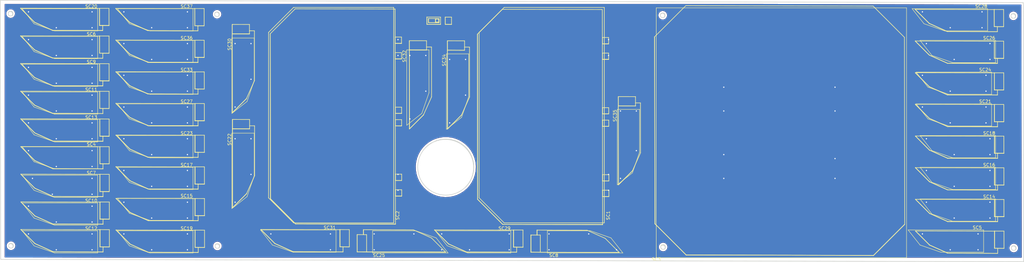
<source format=kicad_pcb>
(kicad_pcb (version 20171130) (host pcbnew "(5.0.2-5-10.14)")
  (layers (0 F.Cu signal hide) (31 B.Cu signal hide) (34 B.Paste user) (35 F.Paste user) (36 B.SilkS user) (37 F.SilkS user) (38 B.Mask user) (39 F.Mask user) (44 Edge.Cuts user))
  (net 0 "")
  (net 1 VCC)
  (net 2 VSS)
  (module footprints:Spectrolab (layer F.Cu) (at 240.03 137.16 90)
    (fp_text reference SC1 (at -32.2 -1.4 90) (layer F.SilkS))
    (fp_text value Solar_Cell)
    (pad 1 smd rect (at -24.519427 -1.440087 270) (size 2.5 2.5) (layers F.Cu F.Paste F.Mask) (net 1 VCC))
    (pad 1 smd rect (at -19.519427 -1.440087 270) (size 2.5 2.5) (layers F.Cu F.Paste F.Mask) (net 1 VCC))
    (pad 2 smd rect (at -2.119427 -1.440087 270) (size 2.5 2.5) (layers F.Cu F.Paste F.Mask) (net 2 VSS))
    (pad 2 smd rect (at 1.880573 -1.440087 270) (size 2.5 2.5) (layers F.Cu F.Paste F.Mask) (net 2 VSS))
    (pad 1 smd rect (at 19.480573 -1.440087 270) (size 2.5 2.5) (layers F.Cu F.Paste F.Mask) (net 1 VCC))
    (pad 1 smd rect (at 24.480573 -1.440087 270) (size 2.5 2.5) (layers F.Cu F.Paste F.Mask) (net 1 VCC))
  )
  (module footprints:Spectrolab (layer F.Cu) (at 172.72 137.16 90)
    (fp_text reference SC2 (at -32.2 -1.4 90) (layer F.SilkS))
    (fp_text value Solar_Cell)
    (pad 1 smd rect (at 24.480573 -1.440087 270) (size 2.5 2.5) (layers F.Cu F.Paste F.Mask) (net 1 VCC))
    (pad 1 smd rect (at 19.480573 -1.440087 270) (size 2.5 2.5) (layers F.Cu F.Paste F.Mask) (net 1 VCC))
    (pad 2 smd rect (at 1.880573 -1.440087 270) (size 2.5 2.5) (layers F.Cu F.Paste F.Mask) (net 2 VSS))
    (pad 2 smd rect (at -2.119427 -1.440087 270) (size 2.5 2.5) (layers F.Cu F.Paste F.Mask) (net 2 VSS))
    (pad 1 smd rect (at -19.519427 -1.440087 270) (size 2.5 2.5) (layers F.Cu F.Paste F.Mask) (net 1 VCC))
    (pad 1 smd rect (at -24.519427 -1.440087 270) (size 2.5 2.5) (layers F.Cu F.Paste F.Mask) (net 1 VCC))
  )
  (module SolarPanelKicad:ISS_SolarCell (layer F.Cu) (at 254 182.88)
    (fp_text reference SC3 (at 0 0.5) (layer F.SilkS))
    (fp_text value Solar_Cell)
    (pad 1 smd oval (at 22.386 -51.204 180) (size 5.33 10.66) (layers F.Cu F.Paste F.Mask) (net 1 VCC))
    (pad 1 smd oval (at 57.555 -51.296 180) (size 5.33 10.66) (layers F.Cu F.Paste F.Mask) (net 1 VCC))
    (pad 2 smd oval (at 13.272 -59.794 180) (size 5.33 10.66) (layers F.Cu F.Paste F.Mask) (net 2 VSS))
    (pad 2 smd oval (at 39.82 -59.813 180) (size 5.33 10.66) (layers F.Cu F.Paste F.Mask) (net 2 VSS))
    (pad 2 smd oval (at 66.59 -59.908 180) (size 5.33 10.66) (layers F.Cu F.Paste F.Mask) (net 2 VSS))
    (pad 1 smd oval (at 57.539 -28.954) (size 5.33 10.66) (layers F.Cu F.Paste F.Mask) (net 1 VCC))
    (pad 1 smd oval (at 22.37 -28.862) (size 5.33 10.66) (layers F.Cu F.Paste F.Mask) (net 1 VCC))
    (pad 2 smd oval (at 66.653 -20.364) (size 5.33 10.66) (layers F.Cu F.Paste F.Mask) (net 2 VSS))
    (pad 2 smd oval (at 40.105 -20.345) (size 5.33 10.66) (layers F.Cu F.Paste F.Mask) (net 2 VSS))
    (pad 2 smd oval (at 13.335 -20.25) (size 5.33 10.66) (layers F.Cu F.Paste F.Mask) (net 2 VSS))
  )
  (module SolarPanelKicad:TriSelectSolarPanel (layer F.Cu) (at 77.47 147.32 180)
    (fp_text reference SC4 (at 4.064 0.762 180) (layer F.SilkS))
    (fp_text value Solar_Cell)
    (pad 1 smd rect (at 9.525 -1.016 180) (size 15 1) (layers F.Cu F.Paste F.Mask) (net 1 VCC))
    (pad 1 smd rect (at 10.8585 -1.016 180) (size 15 1) (layers F.Cu F.Paste F.Mask) (net 1 VCC))
    (pad 1 smd rect (at 17.3355 -1.27 180) (size 4 1.5) (layers F.Cu F.Paste F.Mask) (net 1 VCC))
    (pad 1 smd trapezoid (at 21.717 -2.3495 270) (size 3.7 4) (rect_delta 2.7 0) (layers F.Cu F.Paste F.Mask) (net 1 VCC))
    (pad 1 smd trapezoid (at 19.05 -3.556 180) (size 6.65 3.6) (rect_delta 2.3 0) (layers F.Cu F.Paste F.Mask) (net 1 VCC))
    (pad 1 smd rect (at 8.89 -3.556 180) (size 13.72 6) (layers F.Cu F.Paste F.Mask) (net 1 VCC))
    (pad 2 smd rect (at -1.524 -3.556 180) (size 3 6) (layers F.Cu F.Paste F.Mask) (net 2 VSS))
  )
  (module SolarPanelKicad:TriSelectSolarPanel (layer F.Cu) (at 360.68 173.99 180)
    (fp_text reference SC5 (at 4.064 0.762 180) (layer F.SilkS))
    (fp_text value Solar_Cell)
    (pad 1 smd rect (at 9.525 -1.016 180) (size 15 1) (layers F.Cu F.Paste F.Mask) (net 1 VCC))
    (pad 1 smd rect (at 10.8585 -1.016 180) (size 15 1) (layers F.Cu F.Paste F.Mask) (net 1 VCC))
    (pad 1 smd rect (at 17.3355 -1.27 180) (size 4 1.5) (layers F.Cu F.Paste F.Mask) (net 1 VCC))
    (pad 1 smd trapezoid (at 21.717 -2.3495 270) (size 3.7 4) (rect_delta 2.7 0) (layers F.Cu F.Paste F.Mask) (net 1 VCC))
    (pad 1 smd trapezoid (at 19.05 -3.556 180) (size 6.65 3.6) (rect_delta 2.3 0) (layers F.Cu F.Paste F.Mask) (net 1 VCC))
    (pad 1 smd rect (at 8.89 -3.556 180) (size 13.72 6) (layers F.Cu F.Paste F.Mask) (net 1 VCC))
    (pad 2 smd rect (at -1.524 -3.556 180) (size 3 6) (layers F.Cu F.Paste F.Mask) (net 2 VSS))
  )
  (module SolarPanelKicad:TriSelectSolarPanel (layer F.Cu) (at 77.47 112.014 180)
    (fp_text reference SC6 (at 4.064 0.762 180) (layer F.SilkS))
    (fp_text value Solar_Cell)
    (pad 1 smd rect (at 9.525 -1.016 180) (size 15 1) (layers F.Cu F.Paste F.Mask) (net 1 VCC))
    (pad 1 smd rect (at 10.8585 -1.016 180) (size 15 1) (layers F.Cu F.Paste F.Mask) (net 1 VCC))
    (pad 1 smd rect (at 17.3355 -1.27 180) (size 4 1.5) (layers F.Cu F.Paste F.Mask) (net 1 VCC))
    (pad 1 smd trapezoid (at 21.717 -2.3495 270) (size 3.7 4) (rect_delta 2.7 0) (layers F.Cu F.Paste F.Mask) (net 1 VCC))
    (pad 1 smd trapezoid (at 19.05 -3.556 180) (size 6.65 3.6) (rect_delta 2.3 0) (layers F.Cu F.Paste F.Mask) (net 1 VCC))
    (pad 1 smd rect (at 8.89 -3.556 180) (size 13.72 6) (layers F.Cu F.Paste F.Mask) (net 1 VCC))
    (pad 2 smd rect (at -1.524 -3.556 180) (size 3 6) (layers F.Cu F.Paste F.Mask) (net 2 VSS))
  )
  (module SolarPanelKicad:TriSelectSolarPanel (layer F.Cu) (at 77.47 156.464 180)
    (fp_text reference SC7 (at 4.064 0.762 180) (layer F.SilkS))
    (fp_text value Solar_Cell)
    (pad 2 smd rect (at -1.524 -3.556 180) (size 3 6) (layers F.Cu F.Paste F.Mask) (net 2 VSS))
    (pad 1 smd rect (at 8.89 -3.556 180) (size 13.72 6) (layers F.Cu F.Paste F.Mask) (net 1 VCC))
    (pad 1 smd trapezoid (at 19.05 -3.556 180) (size 6.65 3.6) (rect_delta 2.3 0) (layers F.Cu F.Paste F.Mask) (net 1 VCC))
    (pad 1 smd trapezoid (at 21.717 -2.3495 270) (size 3.7 4) (rect_delta 2.7 0) (layers F.Cu F.Paste F.Mask) (net 1 VCC))
    (pad 1 smd rect (at 17.3355 -1.27 180) (size 4 1.5) (layers F.Cu F.Paste F.Mask) (net 1 VCC))
    (pad 1 smd rect (at 10.8585 -1.016 180) (size 15 1) (layers F.Cu F.Paste F.Mask) (net 1 VCC))
    (pad 1 smd rect (at 9.525 -1.016 180) (size 15 1) (layers F.Cu F.Paste F.Mask) (net 1 VCC))
  )
  (module SolarPanelKicad:TriSelectSolarPanel (layer F.Cu) (at 217.17 181.356)
    (fp_text reference SC8 (at 4.064 0.762) (layer F.SilkS))
    (fp_text value Solar_Cell)
    (pad 2 smd rect (at -1.524 -3.556) (size 3 6) (layers F.Cu F.Paste F.Mask) (net 2 VSS))
    (pad 1 smd rect (at 8.89 -3.556) (size 13.72 6) (layers F.Cu F.Paste F.Mask) (net 1 VCC))
    (pad 1 smd trapezoid (at 19.05 -3.556) (size 6.65 3.6) (rect_delta 2.3 0) (layers F.Cu F.Paste F.Mask) (net 1 VCC))
    (pad 1 smd trapezoid (at 21.717 -2.3495 90) (size 3.7 4) (rect_delta 2.7 0) (layers F.Cu F.Paste F.Mask) (net 1 VCC))
    (pad 1 smd rect (at 17.3355 -1.27) (size 4 1.5) (layers F.Cu F.Paste F.Mask) (net 1 VCC))
    (pad 1 smd rect (at 10.8585 -1.016) (size 15 1) (layers F.Cu F.Paste F.Mask) (net 1 VCC))
    (pad 1 smd rect (at 9.525 -1.016) (size 15 1) (layers F.Cu F.Paste F.Mask) (net 1 VCC))
  )
  (module SolarPanelKicad:TriSelectSolarPanel (layer F.Cu) (at 77.47 120.904 180)
    (fp_text reference SC9 (at 4.064 0.762 180) (layer F.SilkS))
    (fp_text value Solar_Cell)
    (pad 2 smd rect (at -1.524 -3.556 180) (size 3 6) (layers F.Cu F.Paste F.Mask) (net 2 VSS))
    (pad 1 smd rect (at 8.89 -3.556 180) (size 13.72 6) (layers F.Cu F.Paste F.Mask) (net 1 VCC))
    (pad 1 smd trapezoid (at 19.05 -3.556 180) (size 6.65 3.6) (rect_delta 2.3 0) (layers F.Cu F.Paste F.Mask) (net 1 VCC))
    (pad 1 smd trapezoid (at 21.717 -2.3495 270) (size 3.7 4) (rect_delta 2.7 0) (layers F.Cu F.Paste F.Mask) (net 1 VCC))
    (pad 1 smd rect (at 17.3355 -1.27 180) (size 4 1.5) (layers F.Cu F.Paste F.Mask) (net 1 VCC))
    (pad 1 smd rect (at 10.8585 -1.016 180) (size 15 1) (layers F.Cu F.Paste F.Mask) (net 1 VCC))
    (pad 1 smd rect (at 9.525 -1.016 180) (size 15 1) (layers F.Cu F.Paste F.Mask) (net 1 VCC))
  )
  (module SolarPanelKicad:TriSelectSolarPanel (layer F.Cu) (at 77.47 165.354 180)
    (fp_text reference SC10 (at 4.064 0.762 180) (layer F.SilkS))
    (fp_text value Solar_Cell)
    (pad 2 smd rect (at -1.524 -3.556 180) (size 3 6) (layers F.Cu F.Paste F.Mask) (net 2 VSS))
    (pad 1 smd rect (at 8.89 -3.556 180) (size 13.72 6) (layers F.Cu F.Paste F.Mask) (net 1 VCC))
    (pad 1 smd trapezoid (at 19.05 -3.556 180) (size 6.65 3.6) (rect_delta 2.3 0) (layers F.Cu F.Paste F.Mask) (net 1 VCC))
    (pad 1 smd trapezoid (at 21.717 -2.3495 270) (size 3.7 4) (rect_delta 2.7 0) (layers F.Cu F.Paste F.Mask) (net 1 VCC))
    (pad 1 smd rect (at 17.3355 -1.27 180) (size 4 1.5) (layers F.Cu F.Paste F.Mask) (net 1 VCC))
    (pad 1 smd rect (at 10.8585 -1.016 180) (size 15 1) (layers F.Cu F.Paste F.Mask) (net 1 VCC))
    (pad 1 smd rect (at 9.525 -1.016 180) (size 15 1) (layers F.Cu F.Paste F.Mask) (net 1 VCC))
  )
  (module SolarPanelKicad:TriSelectSolarPanel (layer F.Cu) (at 77.47 129.794 180)
    (fp_text reference SC11 (at 4.064 0.762 180) (layer F.SilkS))
    (fp_text value Solar_Cell)
    (pad 2 smd rect (at -1.524 -3.556 180) (size 3 6) (layers F.Cu F.Paste F.Mask) (net 2 VSS))
    (pad 1 smd rect (at 8.89 -3.556 180) (size 13.72 6) (layers F.Cu F.Paste F.Mask) (net 1 VCC))
    (pad 1 smd trapezoid (at 19.05 -3.556 180) (size 6.65 3.6) (rect_delta 2.3 0) (layers F.Cu F.Paste F.Mask) (net 1 VCC))
    (pad 1 smd trapezoid (at 21.717 -2.3495 270) (size 3.7 4) (rect_delta 2.7 0) (layers F.Cu F.Paste F.Mask) (net 1 VCC))
    (pad 1 smd rect (at 17.3355 -1.27 180) (size 4 1.5) (layers F.Cu F.Paste F.Mask) (net 1 VCC))
    (pad 1 smd rect (at 10.8585 -1.016 180) (size 15 1) (layers F.Cu F.Paste F.Mask) (net 1 VCC))
    (pad 1 smd rect (at 9.525 -1.016 180) (size 15 1) (layers F.Cu F.Paste F.Mask) (net 1 VCC))
  )
  (module SolarPanelKicad:TriSelectSolarPanel (layer F.Cu) (at 77.47 174.244 180)
    (fp_text reference SC12 (at 4.064 0.762 180) (layer F.SilkS))
    (fp_text value Solar_Cell)
    (pad 2 smd rect (at -1.524 -3.556 180) (size 3 6) (layers F.Cu F.Paste F.Mask) (net 2 VSS))
    (pad 1 smd rect (at 8.89 -3.556 180) (size 13.72 6) (layers F.Cu F.Paste F.Mask) (net 1 VCC))
    (pad 1 smd trapezoid (at 19.05 -3.556 180) (size 6.65 3.6) (rect_delta 2.3 0) (layers F.Cu F.Paste F.Mask) (net 1 VCC))
    (pad 1 smd trapezoid (at 21.717 -2.3495 270) (size 3.7 4) (rect_delta 2.7 0) (layers F.Cu F.Paste F.Mask) (net 1 VCC))
    (pad 1 smd rect (at 17.3355 -1.27 180) (size 4 1.5) (layers F.Cu F.Paste F.Mask) (net 1 VCC))
    (pad 1 smd rect (at 10.8585 -1.016 180) (size 15 1) (layers F.Cu F.Paste F.Mask) (net 1 VCC))
    (pad 1 smd rect (at 9.525 -1.016 180) (size 15 1) (layers F.Cu F.Paste F.Mask) (net 1 VCC))
  )
  (module SolarPanelKicad:TriSelectSolarPanel (layer F.Cu) (at 77.47 138.684 180)
    (fp_text reference SC13 (at 4.064 0.762 180) (layer F.SilkS))
    (fp_text value Solar_Cell)
    (pad 1 smd rect (at 9.525 -1.016 180) (size 15 1) (layers F.Cu F.Paste F.Mask) (net 1 VCC))
    (pad 1 smd rect (at 10.8585 -1.016 180) (size 15 1) (layers F.Cu F.Paste F.Mask) (net 1 VCC))
    (pad 1 smd rect (at 17.3355 -1.27 180) (size 4 1.5) (layers F.Cu F.Paste F.Mask) (net 1 VCC))
    (pad 1 smd trapezoid (at 21.717 -2.3495 270) (size 3.7 4) (rect_delta 2.7 0) (layers F.Cu F.Paste F.Mask) (net 1 VCC))
    (pad 1 smd trapezoid (at 19.05 -3.556 180) (size 6.65 3.6) (rect_delta 2.3 0) (layers F.Cu F.Paste F.Mask) (net 1 VCC))
    (pad 1 smd rect (at 8.89 -3.556 180) (size 13.72 6) (layers F.Cu F.Paste F.Mask) (net 1 VCC))
    (pad 2 smd rect (at -1.524 -3.556 180) (size 3 6) (layers F.Cu F.Paste F.Mask) (net 2 VSS))
  )
  (module SolarPanelKicad:TriSelectSolarPanel (layer F.Cu) (at 364.49 164.084 180)
    (fp_text reference SC14 (at 4.064 0.762 180) (layer F.SilkS))
    (fp_text value Solar_Cell)
    (pad 1 smd rect (at 9.525 -1.016 180) (size 15 1) (layers F.Cu F.Paste F.Mask) (net 1 VCC))
    (pad 1 smd rect (at 10.8585 -1.016 180) (size 15 1) (layers F.Cu F.Paste F.Mask) (net 1 VCC))
    (pad 1 smd rect (at 17.3355 -1.27 180) (size 4 1.5) (layers F.Cu F.Paste F.Mask) (net 1 VCC))
    (pad 1 smd trapezoid (at 21.717 -2.3495 270) (size 3.7 4) (rect_delta 2.7 0) (layers F.Cu F.Paste F.Mask) (net 1 VCC))
    (pad 1 smd trapezoid (at 19.05 -3.556 180) (size 6.65 3.6) (rect_delta 2.3 0) (layers F.Cu F.Paste F.Mask) (net 1 VCC))
    (pad 1 smd rect (at 8.89 -3.556 180) (size 13.72 6) (layers F.Cu F.Paste F.Mask) (net 1 VCC))
    (pad 2 smd rect (at -1.524 -3.556 180) (size 3 6) (layers F.Cu F.Paste F.Mask) (net 2 VSS))
  )
  (module SolarPanelKicad:TriSelectSolarPanel (layer F.Cu) (at 107.95 163.83 180)
    (fp_text reference SC15 (at 4.064 0.762 180) (layer F.SilkS))
    (fp_text value Solar_Cell)
    (pad 1 smd rect (at 9.525 -1.016 180) (size 15 1) (layers F.Cu F.Paste F.Mask) (net 1 VCC))
    (pad 1 smd rect (at 10.8585 -1.016 180) (size 15 1) (layers F.Cu F.Paste F.Mask) (net 1 VCC))
    (pad 1 smd rect (at 17.3355 -1.27 180) (size 4 1.5) (layers F.Cu F.Paste F.Mask) (net 1 VCC))
    (pad 1 smd trapezoid (at 21.717 -2.3495 270) (size 3.7 4) (rect_delta 2.7 0) (layers F.Cu F.Paste F.Mask) (net 1 VCC))
    (pad 1 smd trapezoid (at 19.05 -3.556 180) (size 6.65 3.6) (rect_delta 2.3 0) (layers F.Cu F.Paste F.Mask) (net 1 VCC))
    (pad 1 smd rect (at 8.89 -3.556 180) (size 13.72 6) (layers F.Cu F.Paste F.Mask) (net 1 VCC))
    (pad 2 smd rect (at -1.524 -3.556 180) (size 3 6) (layers F.Cu F.Paste F.Mask) (net 2 VSS))
  )
  (module SolarPanelKicad:TriSelectSolarPanel (layer F.Cu) (at 364.49 153.924 180)
    (fp_text reference SC16 (at 4.064 0.762 180) (layer F.SilkS))
    (fp_text value Solar_Cell)
    (pad 1 smd rect (at 9.525 -1.016 180) (size 15 1) (layers F.Cu F.Paste F.Mask) (net 1 VCC))
    (pad 1 smd rect (at 10.8585 -1.016 180) (size 15 1) (layers F.Cu F.Paste F.Mask) (net 1 VCC))
    (pad 1 smd rect (at 17.3355 -1.27 180) (size 4 1.5) (layers F.Cu F.Paste F.Mask) (net 1 VCC))
    (pad 1 smd trapezoid (at 21.717 -2.3495 270) (size 3.7 4) (rect_delta 2.7 0) (layers F.Cu F.Paste F.Mask) (net 1 VCC))
    (pad 1 smd trapezoid (at 19.05 -3.556 180) (size 6.65 3.6) (rect_delta 2.3 0) (layers F.Cu F.Paste F.Mask) (net 1 VCC))
    (pad 1 smd rect (at 8.89 -3.556 180) (size 13.72 6) (layers F.Cu F.Paste F.Mask) (net 1 VCC))
    (pad 2 smd rect (at -1.524 -3.556 180) (size 3 6) (layers F.Cu F.Paste F.Mask) (net 2 VSS))
  )
  (module SolarPanelKicad:TriSelectSolarPanel (layer F.Cu) (at 107.95 153.924 180)
    (fp_text reference SC17 (at 4.064 0.762 180) (layer F.SilkS))
    (fp_text value Solar_Cell)
    (pad 1 smd rect (at 9.525 -1.016 180) (size 15 1) (layers F.Cu F.Paste F.Mask) (net 1 VCC))
    (pad 1 smd rect (at 10.8585 -1.016 180) (size 15 1) (layers F.Cu F.Paste F.Mask) (net 1 VCC))
    (pad 1 smd rect (at 17.3355 -1.27 180) (size 4 1.5) (layers F.Cu F.Paste F.Mask) (net 1 VCC))
    (pad 1 smd trapezoid (at 21.717 -2.3495 270) (size 3.7 4) (rect_delta 2.7 0) (layers F.Cu F.Paste F.Mask) (net 1 VCC))
    (pad 1 smd trapezoid (at 19.05 -3.556 180) (size 6.65 3.6) (rect_delta 2.3 0) (layers F.Cu F.Paste F.Mask) (net 1 VCC))
    (pad 1 smd rect (at 8.89 -3.556 180) (size 13.72 6) (layers F.Cu F.Paste F.Mask) (net 1 VCC))
    (pad 2 smd rect (at -1.524 -3.556 180) (size 3 6) (layers F.Cu F.Paste F.Mask) (net 2 VSS))
  )
  (module SolarPanelKicad:TriSelectSolarPanel (layer F.Cu) (at 364.49 143.764 180)
    (fp_text reference SC18 (at 4.064 0.762 180) (layer F.SilkS))
    (fp_text value Solar_Cell)
    (pad 1 smd rect (at 9.525 -1.016 180) (size 15 1) (layers F.Cu F.Paste F.Mask) (net 1 VCC))
    (pad 1 smd rect (at 10.8585 -1.016 180) (size 15 1) (layers F.Cu F.Paste F.Mask) (net 1 VCC))
    (pad 1 smd rect (at 17.3355 -1.27 180) (size 4 1.5) (layers F.Cu F.Paste F.Mask) (net 1 VCC))
    (pad 1 smd trapezoid (at 21.717 -2.3495 270) (size 3.7 4) (rect_delta 2.7 0) (layers F.Cu F.Paste F.Mask) (net 1 VCC))
    (pad 1 smd trapezoid (at 19.05 -3.556 180) (size 6.65 3.6) (rect_delta 2.3 0) (layers F.Cu F.Paste F.Mask) (net 1 VCC))
    (pad 1 smd rect (at 8.89 -3.556 180) (size 13.72 6) (layers F.Cu F.Paste F.Mask) (net 1 VCC))
    (pad 2 smd rect (at -1.524 -3.556 180) (size 3 6) (layers F.Cu F.Paste F.Mask) (net 2 VSS))
  )
  (module SolarPanelKicad:TriSelectSolarPanel (layer F.Cu) (at 107.95 174.244 180)
    (fp_text reference SC19 (at 4.064 0.762 180) (layer F.SilkS))
    (fp_text value Solar_Cell)
    (pad 2 smd rect (at -1.524 -3.556 180) (size 3 6) (layers F.Cu F.Paste F.Mask) (net 2 VSS))
    (pad 1 smd rect (at 8.89 -3.556 180) (size 13.72 6) (layers F.Cu F.Paste F.Mask) (net 1 VCC))
    (pad 1 smd trapezoid (at 19.05 -3.556 180) (size 6.65 3.6) (rect_delta 2.3 0) (layers F.Cu F.Paste F.Mask) (net 1 VCC))
    (pad 1 smd trapezoid (at 21.717 -2.3495 270) (size 3.7 4) (rect_delta 2.7 0) (layers F.Cu F.Paste F.Mask) (net 1 VCC))
    (pad 1 smd rect (at 17.3355 -1.27 180) (size 4 1.5) (layers F.Cu F.Paste F.Mask) (net 1 VCC))
    (pad 1 smd rect (at 10.8585 -1.016 180) (size 15 1) (layers F.Cu F.Paste F.Mask) (net 1 VCC))
    (pad 1 smd rect (at 9.525 -1.016 180) (size 15 1) (layers F.Cu F.Paste F.Mask) (net 1 VCC))
  )
  (module SolarPanelKicad:TriSelectSolarPanel (layer F.Cu) (at 77.47 103.124 180)
    (fp_text reference SC20 (at 4.064 0.762 180) (layer F.SilkS))
    (fp_text value Solar_Cell)
    (pad 2 smd rect (at -1.524 -3.556 180) (size 3 6) (layers F.Cu F.Paste F.Mask) (net 2 VSS))
    (pad 1 smd rect (at 8.89 -3.556 180) (size 13.72 6) (layers F.Cu F.Paste F.Mask) (net 1 VCC))
    (pad 1 smd trapezoid (at 19.05 -3.556 180) (size 6.65 3.6) (rect_delta 2.3 0) (layers F.Cu F.Paste F.Mask) (net 1 VCC))
    (pad 1 smd trapezoid (at 21.717 -2.3495 270) (size 3.7 4) (rect_delta 2.7 0) (layers F.Cu F.Paste F.Mask) (net 1 VCC))
    (pad 1 smd rect (at 17.3355 -1.27 180) (size 4 1.5) (layers F.Cu F.Paste F.Mask) (net 1 VCC))
    (pad 1 smd rect (at 10.8585 -1.016 180) (size 15 1) (layers F.Cu F.Paste F.Mask) (net 1 VCC))
    (pad 1 smd rect (at 9.525 -1.016 180) (size 15 1) (layers F.Cu F.Paste F.Mask) (net 1 VCC))
  )
  (module SolarPanelKicad:TriSelectSolarPanel (layer F.Cu) (at 363.22 133.604 180)
    (fp_text reference SC21 (at 4.064 0.762 180) (layer F.SilkS))
    (fp_text value Solar_Cell)
    (pad 2 smd rect (at -1.524 -3.556 180) (size 3 6) (layers F.Cu F.Paste F.Mask) (net 2 VSS))
    (pad 1 smd rect (at 8.89 -3.556 180) (size 13.72 6) (layers F.Cu F.Paste F.Mask) (net 1 VCC))
    (pad 1 smd trapezoid (at 19.05 -3.556 180) (size 6.65 3.6) (rect_delta 2.3 0) (layers F.Cu F.Paste F.Mask) (net 1 VCC))
    (pad 1 smd trapezoid (at 21.717 -2.3495 270) (size 3.7 4) (rect_delta 2.7 0) (layers F.Cu F.Paste F.Mask) (net 1 VCC))
    (pad 1 smd rect (at 17.3355 -1.27 180) (size 4 1.5) (layers F.Cu F.Paste F.Mask) (net 1 VCC))
    (pad 1 smd rect (at 10.8585 -1.016 180) (size 15 1) (layers F.Cu F.Paste F.Mask) (net 1 VCC))
    (pad 1 smd rect (at 9.525 -1.016 180) (size 15 1) (layers F.Cu F.Paste F.Mask) (net 1 VCC))
  )
  (module SolarPanelKicad:TriSelectSolarPanel (layer F.Cu) (at 118.364 140.97 270)
    (fp_text reference SC22 (at 4.064 0.762 270) (layer F.SilkS))
    (fp_text value Solar_Cell)
    (pad 2 smd rect (at -1.524 -3.556 270) (size 3 6) (layers F.Cu F.Paste F.Mask) (net 2 VSS))
    (pad 1 smd rect (at 8.89 -3.556 270) (size 13.72 6) (layers F.Cu F.Paste F.Mask) (net 1 VCC))
    (pad 1 smd trapezoid (at 19.05 -3.556 270) (size 6.65 3.6) (rect_delta 2.3 0) (layers F.Cu F.Paste F.Mask) (net 1 VCC))
    (pad 1 smd trapezoid (at 21.717 -2.3495) (size 3.7 4) (rect_delta 2.7 0) (layers F.Cu F.Paste F.Mask) (net 1 VCC))
    (pad 1 smd rect (at 17.3355 -1.27 270) (size 4 1.5) (layers F.Cu F.Paste F.Mask) (net 1 VCC))
    (pad 1 smd rect (at 10.8585 -1.016 270) (size 15 1) (layers F.Cu F.Paste F.Mask) (net 1 VCC))
    (pad 1 smd rect (at 9.525 -1.016 270) (size 15 1) (layers F.Cu F.Paste F.Mask) (net 1 VCC))
  )
  (module SolarPanelKicad:TriSelectSolarPanel (layer F.Cu) (at 107.95 143.764 180)
    (fp_text reference SC23 (at 4.064 0.762 180) (layer F.SilkS))
    (fp_text value Solar_Cell)
    (pad 2 smd rect (at -1.524 -3.556 180) (size 3 6) (layers F.Cu F.Paste F.Mask) (net 2 VSS))
    (pad 1 smd rect (at 8.89 -3.556 180) (size 13.72 6) (layers F.Cu F.Paste F.Mask) (net 1 VCC))
    (pad 1 smd trapezoid (at 19.05 -3.556 180) (size 6.65 3.6) (rect_delta 2.3 0) (layers F.Cu F.Paste F.Mask) (net 1 VCC))
    (pad 1 smd trapezoid (at 21.717 -2.3495 270) (size 3.7 4) (rect_delta 2.7 0) (layers F.Cu F.Paste F.Mask) (net 1 VCC))
    (pad 1 smd rect (at 17.3355 -1.27 180) (size 4 1.5) (layers F.Cu F.Paste F.Mask) (net 1 VCC))
    (pad 1 smd rect (at 10.8585 -1.016 180) (size 15 1) (layers F.Cu F.Paste F.Mask) (net 1 VCC))
    (pad 1 smd rect (at 9.525 -1.016 180) (size 15 1) (layers F.Cu F.Paste F.Mask) (net 1 VCC))
  )
  (module SolarPanelKicad:TriSelectSolarPanel (layer F.Cu) (at 363.22 123.444 180)
    (fp_text reference SC24 (at 4.064 0.762 180) (layer F.SilkS))
    (fp_text value Solar_Cell)
    (pad 2 smd rect (at -1.524 -3.556 180) (size 3 6) (layers F.Cu F.Paste F.Mask) (net 2 VSS))
    (pad 1 smd rect (at 8.89 -3.556 180) (size 13.72 6) (layers F.Cu F.Paste F.Mask) (net 1 VCC))
    (pad 1 smd trapezoid (at 19.05 -3.556 180) (size 6.65 3.6) (rect_delta 2.3 0) (layers F.Cu F.Paste F.Mask) (net 1 VCC))
    (pad 1 smd trapezoid (at 21.717 -2.3495 270) (size 3.7 4) (rect_delta 2.7 0) (layers F.Cu F.Paste F.Mask) (net 1 VCC))
    (pad 1 smd rect (at 17.3355 -1.27 180) (size 4 1.5) (layers F.Cu F.Paste F.Mask) (net 1 VCC))
    (pad 1 smd rect (at 10.8585 -1.016 180) (size 15 1) (layers F.Cu F.Paste F.Mask) (net 1 VCC))
    (pad 1 smd rect (at 9.525 -1.016 180) (size 15 1) (layers F.Cu F.Paste F.Mask) (net 1 VCC))
  )
  (module SolarPanelKicad:TriSelectSolarPanel (layer F.Cu) (at 161.29 181.356)
    (fp_text reference SC25 (at 4.064 0.762) (layer F.SilkS))
    (fp_text value Solar_Cell)
    (pad 1 smd rect (at 9.525 -1.016) (size 15 1) (layers F.Cu F.Paste F.Mask) (net 1 VCC))
    (pad 1 smd rect (at 10.8585 -1.016) (size 15 1) (layers F.Cu F.Paste F.Mask) (net 1 VCC))
    (pad 1 smd rect (at 17.3355 -1.27) (size 4 1.5) (layers F.Cu F.Paste F.Mask) (net 1 VCC))
    (pad 1 smd trapezoid (at 21.717 -2.3495 90) (size 3.7 4) (rect_delta 2.7 0) (layers F.Cu F.Paste F.Mask) (net 1 VCC))
    (pad 1 smd trapezoid (at 19.05 -3.556) (size 6.65 3.6) (rect_delta 2.3 0) (layers F.Cu F.Paste F.Mask) (net 1 VCC))
    (pad 1 smd rect (at 8.89 -3.556) (size 13.72 6) (layers F.Cu F.Paste F.Mask) (net 1 VCC))
    (pad 2 smd rect (at -1.524 -3.556) (size 3 6) (layers F.Cu F.Paste F.Mask) (net 2 VSS))
  )
  (module SolarPanelKicad:TriSelectSolarPanel (layer F.Cu) (at 364.49 113.284 180)
    (fp_text reference SC26 (at 4.064 0.762 180) (layer F.SilkS))
    (fp_text value Solar_Cell)
    (pad 1 smd rect (at 9.525 -1.016 180) (size 15 1) (layers F.Cu F.Paste F.Mask) (net 1 VCC))
    (pad 1 smd rect (at 10.8585 -1.016 180) (size 15 1) (layers F.Cu F.Paste F.Mask) (net 1 VCC))
    (pad 1 smd rect (at 17.3355 -1.27 180) (size 4 1.5) (layers F.Cu F.Paste F.Mask) (net 1 VCC))
    (pad 1 smd trapezoid (at 21.717 -2.3495 270) (size 3.7 4) (rect_delta 2.7 0) (layers F.Cu F.Paste F.Mask) (net 1 VCC))
    (pad 1 smd trapezoid (at 19.05 -3.556 180) (size 6.65 3.6) (rect_delta 2.3 0) (layers F.Cu F.Paste F.Mask) (net 1 VCC))
    (pad 1 smd rect (at 8.89 -3.556 180) (size 13.72 6) (layers F.Cu F.Paste F.Mask) (net 1 VCC))
    (pad 2 smd rect (at -1.524 -3.556 180) (size 3 6) (layers F.Cu F.Paste F.Mask) (net 2 VSS))
  )
  (module SolarPanelKicad:TriSelectSolarPanel (layer F.Cu) (at 107.95 133.604 180)
    (fp_text reference SC27 (at 4.064 0.762 180) (layer F.SilkS))
    (fp_text value Solar_Cell)
    (pad 1 smd rect (at 9.525 -1.016 180) (size 15 1) (layers F.Cu F.Paste F.Mask) (net 1 VCC))
    (pad 1 smd rect (at 10.8585 -1.016 180) (size 15 1) (layers F.Cu F.Paste F.Mask) (net 1 VCC))
    (pad 1 smd rect (at 17.3355 -1.27 180) (size 4 1.5) (layers F.Cu F.Paste F.Mask) (net 1 VCC))
    (pad 1 smd trapezoid (at 21.717 -2.3495 270) (size 3.7 4) (rect_delta 2.7 0) (layers F.Cu F.Paste F.Mask) (net 1 VCC))
    (pad 1 smd trapezoid (at 19.05 -3.556 180) (size 6.65 3.6) (rect_delta 2.3 0) (layers F.Cu F.Paste F.Mask) (net 1 VCC))
    (pad 1 smd rect (at 8.89 -3.556 180) (size 13.72 6) (layers F.Cu F.Paste F.Mask) (net 1 VCC))
    (pad 2 smd rect (at -1.524 -3.556 180) (size 3 6) (layers F.Cu F.Paste F.Mask) (net 2 VSS))
  )
  (module SolarPanelKicad:TriSelectSolarPanel (layer F.Cu) (at 361.95 103.124 180)
    (fp_text reference SC28 (at 4.064 0.762 180) (layer F.SilkS))
    (fp_text value Solar_Cell)
    (pad 1 smd rect (at 9.525 -1.016 180) (size 15 1) (layers F.Cu F.Paste F.Mask) (net 1 VCC))
    (pad 1 smd rect (at 10.8585 -1.016 180) (size 15 1) (layers F.Cu F.Paste F.Mask) (net 1 VCC))
    (pad 1 smd rect (at 17.3355 -1.27 180) (size 4 1.5) (layers F.Cu F.Paste F.Mask) (net 1 VCC))
    (pad 1 smd trapezoid (at 21.717 -2.3495 270) (size 3.7 4) (rect_delta 2.7 0) (layers F.Cu F.Paste F.Mask) (net 1 VCC))
    (pad 1 smd trapezoid (at 19.05 -3.556 180) (size 6.65 3.6) (rect_delta 2.3 0) (layers F.Cu F.Paste F.Mask) (net 1 VCC))
    (pad 1 smd rect (at 8.89 -3.556 180) (size 13.72 6) (layers F.Cu F.Paste F.Mask) (net 1 VCC))
    (pad 2 smd rect (at -1.524 -3.556 180) (size 3 6) (layers F.Cu F.Paste F.Mask) (net 2 VSS))
  )
  (module SolarPanelKicad:TriSelectSolarPanel (layer F.Cu) (at 209.55 174.244 180)
    (fp_text reference SC29 (at 4.064 0.762 180) (layer F.SilkS))
    (fp_text value Solar_Cell)
    (pad 1 smd rect (at 9.525 -1.016 180) (size 15 1) (layers F.Cu F.Paste F.Mask) (net 1 VCC))
    (pad 1 smd rect (at 10.8585 -1.016 180) (size 15 1) (layers F.Cu F.Paste F.Mask) (net 1 VCC))
    (pad 1 smd rect (at 17.3355 -1.27 180) (size 4 1.5) (layers F.Cu F.Paste F.Mask) (net 1 VCC))
    (pad 1 smd trapezoid (at 21.717 -2.3495 270) (size 3.7 4) (rect_delta 2.7 0) (layers F.Cu F.Paste F.Mask) (net 1 VCC))
    (pad 1 smd trapezoid (at 19.05 -3.556 180) (size 6.65 3.6) (rect_delta 2.3 0) (layers F.Cu F.Paste F.Mask) (net 1 VCC))
    (pad 1 smd rect (at 8.89 -3.556 180) (size 13.72 6) (layers F.Cu F.Paste F.Mask) (net 1 VCC))
    (pad 2 smd rect (at -1.524 -3.556 180) (size 3 6) (layers F.Cu F.Paste F.Mask) (net 2 VSS))
  )
  (module SolarPanelKicad:TriSelectSolarPanel (layer F.Cu) (at 118.364 110.49 270)
    (fp_text reference SC30 (at 4.064 0.762 270) (layer F.SilkS))
    (fp_text value Solar_Cell)
    (pad 1 smd rect (at 9.525 -1.016 270) (size 15 1) (layers F.Cu F.Paste F.Mask) (net 1 VCC))
    (pad 1 smd rect (at 10.8585 -1.016 270) (size 15 1) (layers F.Cu F.Paste F.Mask) (net 1 VCC))
    (pad 1 smd rect (at 17.3355 -1.27 270) (size 4 1.5) (layers F.Cu F.Paste F.Mask) (net 1 VCC))
    (pad 1 smd trapezoid (at 21.717 -2.3495) (size 3.7 4) (rect_delta 2.7 0) (layers F.Cu F.Paste F.Mask) (net 1 VCC))
    (pad 1 smd trapezoid (at 19.05 -3.556 270) (size 6.65 3.6) (rect_delta 2.3 0) (layers F.Cu F.Paste F.Mask) (net 1 VCC))
    (pad 1 smd rect (at 8.89 -3.556 270) (size 13.72 6) (layers F.Cu F.Paste F.Mask) (net 1 VCC))
    (pad 2 smd rect (at -1.524 -3.556 270) (size 3 6) (layers F.Cu F.Paste F.Mask) (net 2 VSS))
  )
  (module SolarPanelKicad:TriSelectSolarPanel (layer F.Cu) (at 153.67 173.99 180)
    (fp_text reference SC31 (at 4.064 0.762 180) (layer F.SilkS))
    (fp_text value Solar_Cell)
    (pad 2 smd rect (at -1.524 -3.556 180) (size 3 6) (layers F.Cu F.Paste F.Mask) (net 2 VSS))
    (pad 1 smd rect (at 8.89 -3.556 180) (size 13.72 6) (layers F.Cu F.Paste F.Mask) (net 1 VCC))
    (pad 1 smd trapezoid (at 19.05 -3.556 180) (size 6.65 3.6) (rect_delta 2.3 0) (layers F.Cu F.Paste F.Mask) (net 1 VCC))
    (pad 1 smd trapezoid (at 21.717 -2.3495 270) (size 3.7 4) (rect_delta 2.7 0) (layers F.Cu F.Paste F.Mask) (net 1 VCC))
    (pad 1 smd rect (at 17.3355 -1.27 180) (size 4 1.5) (layers F.Cu F.Paste F.Mask) (net 1 VCC))
    (pad 1 smd rect (at 10.8585 -1.016 180) (size 15 1) (layers F.Cu F.Paste F.Mask) (net 1 VCC))
    (pad 1 smd rect (at 9.525 -1.016 180) (size 15 1) (layers F.Cu F.Paste F.Mask) (net 1 VCC))
  )
  (module SolarPanelKicad:TriSelectSolarPanel (layer F.Cu) (at 174.244 114.3 270)
    (fp_text reference SC32 (at 4.064 0.762 270) (layer F.SilkS))
    (fp_text value Solar_Cell)
    (pad 2 smd rect (at -1.524 -3.556 270) (size 3 6) (layers F.Cu F.Paste F.Mask) (net 2 VSS))
    (pad 1 smd rect (at 8.89 -3.556 270) (size 13.72 6) (layers F.Cu F.Paste F.Mask) (net 1 VCC))
    (pad 1 smd trapezoid (at 19.05 -3.556 270) (size 6.65 3.6) (rect_delta 2.3 0) (layers F.Cu F.Paste F.Mask) (net 1 VCC))
    (pad 1 smd trapezoid (at 21.717 -2.3495) (size 3.7 4) (rect_delta 2.7 0) (layers F.Cu F.Paste F.Mask) (net 1 VCC))
    (pad 1 smd rect (at 17.3355 -1.27 270) (size 4 1.5) (layers F.Cu F.Paste F.Mask) (net 1 VCC))
    (pad 1 smd rect (at 10.8585 -1.016 270) (size 15 1) (layers F.Cu F.Paste F.Mask) (net 1 VCC))
    (pad 1 smd rect (at 9.525 -1.016 270) (size 15 1) (layers F.Cu F.Paste F.Mask) (net 1 VCC))
  )
  (module SolarPanelKicad:TriSelectSolarPanel (layer F.Cu) (at 107.95 123.444 180)
    (fp_text reference SC33 (at 4.064 0.762 180) (layer F.SilkS))
    (fp_text value Solar_Cell)
    (pad 2 smd rect (at -1.524 -3.556 180) (size 3 6) (layers F.Cu F.Paste F.Mask) (net 2 VSS))
    (pad 1 smd rect (at 8.89 -3.556 180) (size 13.72 6) (layers F.Cu F.Paste F.Mask) (net 1 VCC))
    (pad 1 smd trapezoid (at 19.05 -3.556 180) (size 6.65 3.6) (rect_delta 2.3 0) (layers F.Cu F.Paste F.Mask) (net 1 VCC))
    (pad 1 smd trapezoid (at 21.717 -2.3495 270) (size 3.7 4) (rect_delta 2.7 0) (layers F.Cu F.Paste F.Mask) (net 1 VCC))
    (pad 1 smd rect (at 17.3355 -1.27 180) (size 4 1.5) (layers F.Cu F.Paste F.Mask) (net 1 VCC))
    (pad 1 smd rect (at 10.8585 -1.016 180) (size 15 1) (layers F.Cu F.Paste F.Mask) (net 1 VCC))
    (pad 1 smd rect (at 9.525 -1.016 180) (size 15 1) (layers F.Cu F.Paste F.Mask) (net 1 VCC))
  )
  (module SolarPanelKicad:TriSelectSolarPanel (layer F.Cu) (at 186.944 115.57 270)
    (fp_text reference SC34 (at 4.064 0.762 270) (layer F.SilkS))
    (fp_text value Solar_Cell)
    (pad 2 smd rect (at -1.524 -3.556 270) (size 3 6) (layers F.Cu F.Paste F.Mask) (net 2 VSS))
    (pad 1 smd rect (at 8.89 -3.556 270) (size 13.72 6) (layers F.Cu F.Paste F.Mask) (net 1 VCC))
    (pad 1 smd trapezoid (at 19.05 -3.556 270) (size 6.65 3.6) (rect_delta 2.3 0) (layers F.Cu F.Paste F.Mask) (net 1 VCC))
    (pad 1 smd trapezoid (at 21.717 -2.3495) (size 3.7 4) (rect_delta 2.7 0) (layers F.Cu F.Paste F.Mask) (net 1 VCC))
    (pad 1 smd rect (at 17.3355 -1.27 270) (size 4 1.5) (layers F.Cu F.Paste F.Mask) (net 1 VCC))
    (pad 1 smd rect (at 10.8585 -1.016 270) (size 15 1) (layers F.Cu F.Paste F.Mask) (net 1 VCC))
    (pad 1 smd rect (at 9.525 -1.016 270) (size 15 1) (layers F.Cu F.Paste F.Mask) (net 1 VCC))
  )
  (module SolarPanelKicad:TriSelectSolarPanel (layer F.Cu) (at 241.554 133.35 270)
    (fp_text reference SC35 (at 4.064 0.762 270) (layer F.SilkS))
    (fp_text value Solar_Cell)
    (pad 2 smd rect (at -1.524 -3.556 270) (size 3 6) (layers F.Cu F.Paste F.Mask) (net 2 VSS))
    (pad 1 smd rect (at 8.89 -3.556 270) (size 13.72 6) (layers F.Cu F.Paste F.Mask) (net 1 VCC))
    (pad 1 smd trapezoid (at 19.05 -3.556 270) (size 6.65 3.6) (rect_delta 2.3 0) (layers F.Cu F.Paste F.Mask) (net 1 VCC))
    (pad 1 smd trapezoid (at 21.717 -2.3495) (size 3.7 4) (rect_delta 2.7 0) (layers F.Cu F.Paste F.Mask) (net 1 VCC))
    (pad 1 smd rect (at 17.3355 -1.27 270) (size 4 1.5) (layers F.Cu F.Paste F.Mask) (net 1 VCC))
    (pad 1 smd rect (at 10.8585 -1.016 270) (size 15 1) (layers F.Cu F.Paste F.Mask) (net 1 VCC))
    (pad 1 smd rect (at 9.525 -1.016 270) (size 15 1) (layers F.Cu F.Paste F.Mask) (net 1 VCC))
  )
  (module SolarPanelKicad:TriSelectSolarPanel (layer F.Cu) (at 107.95 113.284 180)
    (fp_text reference SC36 (at 4.064 0.762 180) (layer F.SilkS))
    (fp_text value Solar_Cell)
    (pad 1 smd rect (at 9.525 -1.016 180) (size 15 1) (layers F.Cu F.Paste F.Mask) (net 1 VCC))
    (pad 1 smd rect (at 10.8585 -1.016 180) (size 15 1) (layers F.Cu F.Paste F.Mask) (net 1 VCC))
    (pad 1 smd rect (at 17.3355 -1.27 180) (size 4 1.5) (layers F.Cu F.Paste F.Mask) (net 1 VCC))
    (pad 1 smd trapezoid (at 21.717 -2.3495 270) (size 3.7 4) (rect_delta 2.7 0) (layers F.Cu F.Paste F.Mask) (net 1 VCC))
    (pad 1 smd trapezoid (at 19.05 -3.556 180) (size 6.65 3.6) (rect_delta 2.3 0) (layers F.Cu F.Paste F.Mask) (net 1 VCC))
    (pad 1 smd rect (at 8.89 -3.556 180) (size 13.72 6) (layers F.Cu F.Paste F.Mask) (net 1 VCC))
    (pad 2 smd rect (at -1.524 -3.556 180) (size 3 6) (layers F.Cu F.Paste F.Mask) (net 2 VSS))
  )
  (module SolarPanelKicad:TriSelectSolarPanel (layer F.Cu) (at 107.95 103.124 180)
    (fp_text reference SC37 (at 4.064 0.762 180) (layer F.SilkS))
    (fp_text value Solar_Cell)
    (pad 1 smd rect (at 9.525 -1.016 180) (size 15 1) (layers F.Cu F.Paste F.Mask) (net 1 VCC))
    (pad 1 smd rect (at 10.8585 -1.016 180) (size 15 1) (layers F.Cu F.Paste F.Mask) (net 1 VCC))
    (pad 1 smd rect (at 17.3355 -1.27 180) (size 4 1.5) (layers F.Cu F.Paste F.Mask) (net 1 VCC))
    (pad 1 smd trapezoid (at 21.717 -2.3495 270) (size 3.7 4) (rect_delta 2.7 0) (layers F.Cu F.Paste F.Mask) (net 1 VCC))
    (pad 1 smd trapezoid (at 19.05 -3.556 180) (size 6.65 3.6) (rect_delta 2.3 0) (layers F.Cu F.Paste F.Mask) (net 1 VCC))
    (pad 1 smd rect (at 8.89 -3.556 180) (size 13.72 6) (layers F.Cu F.Paste F.Mask) (net 1 VCC))
    (pad 2 smd rect (at -1.524 -3.556 180) (size 3 6) (layers F.Cu F.Paste F.Mask) (net 2 VSS))
  )
  (gr_line (start 236.789784 117.35006) (end 236.771273 117.368873) (layer F.SilkS) (width 0.2))
  (gr_line (start 236.774504 119.377501) (end 238.75833 119.382016) (layer F.SilkS) (width 0.2))
  (gr_line (start 238.789182 119.350661) (end 238.75833 119.382016) (layer F.SilkS) (width 0.2))
  (gr_line (start 106.601209 169.410242) (end 106.592378 163.921081) (layer F.SilkS) (width 0.2))
  (gr_line (start 91.601528 171.004376) (end 107.57102 171.040714) (layer F.SilkS) (width 0.2))
  (gr_line (start 107.583361 171.028173) (end 107.57102 171.040714) (layer F.SilkS) (width 0.2))
  (gr_line (start 85.808412 168.396327) (end 91.601528 171.004376) (layer F.SilkS) (width 0.2))
  (gr_line (start 91.613868 170.991834) (end 91.601528 171.004376) (layer F.SilkS) (width 0.2))
  (gr_line (start 55.35801 142.91671) (end 55.34567 142.929252) (layer F.SilkS) (width 0.2))
  (gr_line (start 76.111125 138.472819) (end 76.119956 143.96198) (layer F.SilkS) (width 0.2))
  (gr_line (start 76.111125 138.472819) (end 50.859365 138.415358) (layer F.SilkS) (width 0.2))
  (gr_line (start 50.859365 138.415358) (end 55.35801 142.91671) (layer F.SilkS) (width 0.2))
  (gr_line (start 81.322108 163.882433) (end 85.820753 168.383785) (layer F.SilkS) (width 0.2))
  (gr_line (start 85.820753 168.383785) (end 91.613868 170.991834) (layer F.SilkS) (width 0.2))
  (gr_line (start 91.613868 170.991834) (end 107.583361 171.028173) (layer F.SilkS) (width 0.2))
  (gr_line (start 107.583361 171.028173) (end 107.580792 169.431326) (layer F.SilkS) (width 0.2))
  (gr_line (start 106.582699 169.429055) (end 107.580792 169.431326) (layer F.SilkS) (width 0.2))
  (gr_line (start 106.576065 153.781103) (end 109.570345 153.787917) (layer F.SilkS) (width 0.2))
  (gr_line (start 109.570345 153.787917) (end 109.579176 159.277078) (layer F.SilkS) (width 0.2))
  (gr_line (start 106.576065 153.781103) (end 106.557554 153.799916) (layer F.SilkS) (width 0.2))
  (gr_line (start 106.608692 174.061059) (end 106.590181 174.079871) (layer F.SilkS) (width 0.2))
  (gr_line (start 106.608692 174.061059) (end 109.602971 174.067872) (layer F.SilkS) (width 0.2))
  (gr_line (start 106.617523 179.55022) (end 106.608692 174.061059) (layer F.SilkS) (width 0.2))
  (gr_line (start 109.602971 174.067872) (end 109.611802 179.557033) (layer F.SilkS) (width 0.2))
  (gr_line (start 76.143891 147.31451) (end 76.12538 147.333323) (layer F.SilkS) (width 0.2))
  (gr_line (start 76.152721 152.803671) (end 76.134211 152.822484) (layer F.SilkS) (width 0.2))
  (gr_line (start 76.143891 147.31451) (end 79.13817 147.321324) (layer F.SilkS) (width 0.2))
  (gr_line (start 76.152721 152.803671) (end 76.143891 147.31451) (layer F.SilkS) (width 0.2))
  (gr_line (start 79.147001 152.810485) (end 76.152721 152.803671) (layer F.SilkS) (width 0.2))
  (gr_line (start 79.13817 147.321324) (end 79.147001 152.810485) (layer F.SilkS) (width 0.2))
  (gr_line (start 184.58856 106.30054) (end 181.195043 106.292818) (layer F.SilkS) (width 0.2))
  (gr_line (start 61.19389 172.106272) (end 77.163382 172.14261) (layer F.SilkS) (width 0.2))
  (gr_line (start 77.163382 172.14261) (end 77.160813 170.545764) (layer F.SilkS) (width 0.2))
  (gr_line (start 76.16272 170.543492) (end 77.160813 170.545764) (layer F.SilkS) (width 0.2))
  (gr_line (start 155.895281 179.378685) (end 152.901002 179.371872) (layer F.SilkS) (width 0.2))
  (gr_line (start 155.886451 173.889524) (end 155.895281 179.378685) (layer F.SilkS) (width 0.2))
  (gr_line (start 137.90132 180.966005) (end 153.870812 181.002344) (layer F.SilkS) (width 0.2))
  (gr_line (start 153.883153 180.989802) (end 153.870812 181.002344) (layer F.SilkS) (width 0.2))
  (gr_line (start 132.108205 178.357956) (end 137.90132 180.966005) (layer F.SilkS) (width 0.2))
  (gr_line (start 137.913661 180.953464) (end 137.90132 180.966005) (layer F.SilkS) (width 0.2))
  (gr_line (start 127.6219 173.844063) (end 127.60956 173.856604) (layer F.SilkS) (width 0.2))
  (gr_line (start 127.60956 173.856604) (end 132.108205 178.357956) (layer F.SilkS) (width 0.2))
  (gr_line (start 132.120545 178.345415) (end 132.108205 178.357956) (layer F.SilkS) (width 0.2))
  (gr_line (start 152.87366 173.901523) (end 152.882491 179.390684) (layer F.SilkS) (width 0.2))
  (gr_line (start 152.87366 173.901523) (end 127.6219 173.844063) (layer F.SilkS) (width 0.2))
  (gr_line (start 127.6219 173.844063) (end 132.120545 178.345415) (layer F.SilkS) (width 0.2))
  (gr_line (start 132.120545 178.345415) (end 137.913661 180.953464) (layer F.SilkS) (width 0.2))
  (gr_line (start 137.913661 180.953464) (end 153.883153 180.989802) (layer F.SilkS) (width 0.2))
  (gr_line (start 153.883153 180.989802) (end 153.880584 179.392955) (layer F.SilkS) (width 0.2))
  (gr_line (start 341.39127 178.82161) (end 347.184386 181.429659) (layer F.SilkS) (width 0.2))
  (gr_line (start 347.184386 181.429659) (end 363.153878 181.465998) (layer F.SilkS) (width 0.2))
  (gr_line (start 363.153878 181.465998) (end 363.151309 179.869151) (layer F.SilkS) (width 0.2))
  (gr_line (start 362.153216 179.86688) (end 363.151309 179.869151) (layer F.SilkS) (width 0.2))
  (gr_line (start 170.550752 114.236681) (end 172.534578 114.241195) (layer F.SilkS) (width 0.2))
  (gr_line (start 172.565429 114.209841) (end 172.534578 114.241195) (layer F.SilkS) (width 0.2))
  (gr_line (start 170.569243 114.205299) (end 172.565429 114.209841) (layer F.SilkS) (width 0.2))
  (gr_line (start 172.562218 112.213782) (end 172.565429 114.209841) (layer F.SilkS) (width 0.2))
  (gr_line (start 170.566031 112.20924) (end 172.562218 112.213782) (layer F.SilkS) (width 0.2))
  (gr_line (start 170.569243 114.205299) (end 170.550732 114.224111) (layer F.SilkS) (width 0.2))
  (gr_line (start 170.566031 112.20924) (end 170.569243 114.205299) (layer F.SilkS) (width 0.2))
  (gr_line (start 170.566031 112.20924) (end 170.54752 112.228052) (layer F.SilkS) (width 0.2))
  (gr_line (start 170.574059 117.199386) (end 170.555549 117.218199) (layer F.SilkS) (width 0.2))
  (gr_line (start 170.574059 117.199386) (end 170.577271 119.195445) (layer F.SilkS) (width 0.2))
  (gr_line (start 172.570246 117.203929) (end 172.573457 119.199987) (layer F.SilkS) (width 0.2))
  (gr_line (start 170.574059 117.199386) (end 172.570246 117.203929) (layer F.SilkS) (width 0.2))
  (gr_line (start 170.55878 119.226827) (end 172.542606 119.231342) (layer F.SilkS) (width 0.2))
  (gr_line (start 172.573457 119.199987) (end 172.542606 119.231342) (layer F.SilkS) (width 0.2))
  (gr_line (start 170.577271 119.195445) (end 172.573457 119.199987) (layer F.SilkS) (width 0.2))
  (gr_line (start 170.577271 119.195445) (end 170.55876 119.214258) (layer F.SilkS) (width 0.2))
  (gr_line (start 172.598344 134.669442) (end 172.601556 136.6655) (layer F.SilkS) (width 0.2))
  (gr_line (start 170.602158 134.664899) (end 172.598344 134.669442) (layer F.SilkS) (width 0.2))
  (gr_line (start 170.602158 134.664899) (end 170.605369 136.660958) (layer F.SilkS) (width 0.2))
  (gr_line (start 106.543439 133.501148) (end 109.537719 133.507961) (layer F.SilkS) (width 0.2))
  (gr_line (start 106.55227 138.990309) (end 106.543439 133.501148) (layer F.SilkS) (width 0.2))
  (gr_line (start 109.54655 138.997122) (end 106.55227 138.990309) (layer F.SilkS) (width 0.2))
  (gr_line (start 109.537719 133.507961) (end 109.54655 138.997122) (layer F.SilkS) (width 0.2))
  (gr_line (start 91.552589 140.584442) (end 107.522081 140.620781) (layer F.SilkS) (width 0.2))
  (gr_line (start 107.534421 140.608239) (end 107.522081 140.620781) (layer F.SilkS) (width 0.2))
  (gr_line (start 85.759473 137.976393) (end 91.552589 140.584442) (layer F.SilkS) (width 0.2))
  (gr_line (start 91.564929 140.571901) (end 91.552589 140.584442) (layer F.SilkS) (width 0.2))
  (gr_line (start 81.273169 133.4625) (end 81.260828 133.475041) (layer F.SilkS) (width 0.2))
  (gr_line (start 170.60858 138.657017) (end 170.611792 140.653075) (layer F.SilkS) (width 0.2))
  (gr_line (start 170.60858 138.657017) (end 170.590069 138.675829) (layer F.SilkS) (width 0.2))
  (gr_line (start 170.636679 156.12253) (end 170.618168 156.141342) (layer F.SilkS) (width 0.2))
  (gr_line (start 76.153889 165.054331) (end 50.902129 164.996871) (layer F.SilkS) (width 0.2))
  (gr_line (start 50.902129 164.996871) (end 55.400774 169.498223) (layer F.SilkS) (width 0.2))
  (gr_line (start 55.400774 169.498223) (end 61.19389 172.106272) (layer F.SilkS) (width 0.2))
  (gr_line (start 183.441611 106.447006) (end 183.440994 106.447633) (layer F.SilkS) (width 0.2))
  (gr_line (start 61.110276 127.816292) (end 77.079768 127.852631) (layer F.SilkS) (width 0.2))
  (gr_line (start 77.092109 127.840089) (end 77.079768 127.852631) (layer F.SilkS) (width 0.2))
  (gr_line (start 55.31716 125.208244) (end 61.110276 127.816292) (layer F.SilkS) (width 0.2))
  (gr_line (start 180.67112 108.116354) (end 180.668035 108.11949) (layer F.SilkS) (width 0.2))
  (gr_line (start 183.442599 107.445662) (end 184.440693 107.447933) (layer F.SilkS) (width 0.2))
  (gr_line (start 362.090161 129.148178) (end 362.07165 129.166991) (layer F.SilkS) (width 0.2))
  (gr_line (start 362.090161 129.148178) (end 362.08133 123.659017) (layer F.SilkS) (width 0.2))
  (gr_line (start 347.09048 130.742312) (end 363.059972 130.778651) (layer F.SilkS) (width 0.2))
  (gr_line (start 363.072313 130.766109) (end 363.059972 130.778651) (layer F.SilkS) (width 0.2))
  (gr_line (start 341.297364 128.134263) (end 347.09048 130.742312) (layer F.SilkS) (width 0.2))
  (gr_line (start 347.10282 130.72977) (end 347.09048 130.742312) (layer F.SilkS) (width 0.2))
  (gr_line (start 236.852403 156.273203) (end 236.855614 158.269262) (layer F.SilkS) (width 0.2))
  (gr_line (start 236.855614 158.269262) (end 238.851801 158.273804) (layer F.SilkS) (width 0.2))
  (gr_line (start 238.851801 158.273804) (end 238.84859 156.277746) (layer F.SilkS) (width 0.2))
  (gr_line (start 236.852403 156.273203) (end 238.84859 156.277746) (layer F.SilkS) (width 0.2))
  (gr_line (start 238.859829 163.263951) (end 238.856618 161.267892) (layer F.SilkS) (width 0.2))
  (gr_line (start 236.860431 161.26335) (end 238.856618 161.267892) (layer F.SilkS) (width 0.2))
  (gr_line (start 236.845152 163.290791) (end 238.828977 163.295305) (layer F.SilkS) (width 0.2))
  (gr_line (start 85.837066 178.523763) (end 91.630182 181.131812) (layer F.SilkS) (width 0.2))
  (gr_line (start 91.630182 181.131812) (end 107.599674 181.16815) (layer F.SilkS) (width 0.2))
  (gr_line (start 107.599674 181.16815) (end 107.597105 179.571304) (layer F.SilkS) (width 0.2))
  (gr_line (start 106.599012 179.569032) (end 107.597105 179.571304) (layer F.SilkS) (width 0.2))
  (gr_line (start 109.564638 169.44841) (end 107.580812 169.443896) (layer F.SilkS) (width 0.2))
  (gr_line (start 109.595489 169.417056) (end 109.564638 169.44841) (layer F.SilkS) (width 0.2))
  (gr_line (start 106.592378 163.921081) (end 109.586658 163.927894) (layer F.SilkS) (width 0.2))
  (gr_line (start 109.595489 169.417056) (end 106.601209 169.410242) (layer F.SilkS) (width 0.2))
  (gr_line (start 109.586658 163.927894) (end 109.595489 169.417056) (layer F.SilkS) (width 0.2))
  (gr_line (start 106.592378 163.921081) (end 106.573868 163.939893) (layer F.SilkS) (width 0.2))
  (gr_line (start 106.601209 169.410242) (end 106.582699 169.429055) (layer F.SilkS) (width 0.2))
  (gr_line (start 106.566385 159.289077) (end 107.564479 159.291348) (layer F.SilkS) (width 0.2))
  (gr_line (start 106.559752 143.641125) (end 109.554032 143.647939) (layer F.SilkS) (width 0.2))
  (gr_line (start 109.554032 143.647939) (end 109.562863 149.1371) (layer F.SilkS) (width 0.2))
  (gr_line (start 109.532011 149.168454) (end 107.548186 149.16394) (layer F.SilkS) (width 0.2))
  (gr_line (start 109.562863 149.1371) (end 109.532011 149.168454) (layer F.SilkS) (width 0.2))
  (gr_line (start 109.562863 149.1371) (end 106.568583 149.130287) (layer F.SilkS) (width 0.2))
  (gr_line (start 106.559752 143.641125) (end 106.541241 143.659938) (layer F.SilkS) (width 0.2))
  (gr_line (start 106.568583 149.130287) (end 106.550072 149.149099) (layer F.SilkS) (width 0.2))
  (gr_line (start 106.568583 149.130287) (end 106.559752 143.641125) (layer F.SilkS) (width 0.2))
  (gr_line (start 91.568902 150.72442) (end 107.538394 150.760759) (layer F.SilkS) (width 0.2))
  (gr_line (start 107.550735 150.748217) (end 107.538394 150.760759) (layer F.SilkS) (width 0.2))
  (gr_line (start 85.775786 148.116371) (end 91.568902 150.72442) (layer F.SilkS) (width 0.2))
  (gr_line (start 91.581242 150.711879) (end 91.568902 150.72442) (layer F.SilkS) (width 0.2))
  (gr_line (start 81.289482 143.602477) (end 81.277141 143.615019) (layer F.SilkS) (width 0.2))
  (gr_line (start 81.277141 143.615019) (end 85.775786 148.116371) (layer F.SilkS) (width 0.2))
  (gr_line (start 76.115381 129.593502) (end 76.09687 129.612314) (layer F.SilkS) (width 0.2))
  (gr_line (start 76.115381 129.593502) (end 79.109661 129.600315) (layer F.SilkS) (width 0.2))
  (gr_line (start 76.124212 135.082663) (end 76.115381 129.593502) (layer F.SilkS) (width 0.2))
  (gr_line (start 79.109661 129.600315) (end 79.118492 135.089476) (layer F.SilkS) (width 0.2))
  (gr_line (start 181.195043 106.292818) (end 181.167277 106.321037) (layer F.SilkS) (width 0.2))
  (gr_line (start 347.057853 110.462357) (end 363.027346 110.498695) (layer F.SilkS) (width 0.2))
  (gr_line (start 363.039686 110.486153) (end 363.027346 110.498695) (layer F.SilkS) (width 0.2))
  (gr_line (start 341.264738 107.854308) (end 347.057853 110.462357) (layer F.SilkS) (width 0.2))
  (gr_line (start 347.070194 110.449815) (end 347.057853 110.462357) (layer F.SilkS) (width 0.2))
  (gr_line (start 336.778433 103.340414) (end 336.766093 103.352955) (layer F.SilkS) (width 0.2))
  (gr_line (start 55.35801 142.91671) (end 61.151126 145.524759) (layer F.SilkS) (width 0.2))
  (gr_line (start 61.151126 145.524759) (end 77.120618 145.561098) (layer F.SilkS) (width 0.2))
  (gr_line (start 77.120618 145.561098) (end 77.118049 143.964251) (layer F.SilkS) (width 0.2))
  (gr_line (start 76.119956 143.96198) (end 77.118049 143.964251) (layer F.SilkS) (width 0.2))
  (gr_line (start 79.11615 152.841839) (end 77.132324 152.837325) (layer F.SilkS) (width 0.2))
  (gr_line (start 79.147001 152.810485) (end 79.11615 152.841839) (layer F.SilkS) (width 0.2))
  (gr_line (start 211.410177 179.505009) (end 208.415897 179.498196) (layer F.SilkS) (width 0.2))
  (gr_line (start 211.401346 174.015848) (end 211.410177 179.505009) (layer F.SilkS) (width 0.2))
  (gr_line (start 193.416215 181.09233) (end 209.385708 181.128668) (layer F.SilkS) (width 0.2))
  (gr_line (start 209.398048 181.116126) (end 209.385708 181.128668) (layer F.SilkS) (width 0.2))
  (gr_line (start 187.6231 178.484281) (end 193.416215 181.09233) (layer F.SilkS) (width 0.2))
  (gr_line (start 193.428556 181.079788) (end 193.416215 181.09233) (layer F.SilkS) (width 0.2))
  (gr_line (start 183.136795 173.970387) (end 183.124455 173.982928) (layer F.SilkS) (width 0.2))
  (gr_line (start 61.15304 154.397805) (end 77.122532 154.434144) (layer F.SilkS) (width 0.2))
  (gr_line (start 77.134873 154.421602) (end 77.122532 154.434144) (layer F.SilkS) (width 0.2))
  (gr_line (start 55.359924 151.789756) (end 61.15304 154.397805) (layer F.SilkS) (width 0.2))
  (gr_line (start 61.165381 154.385263) (end 61.15304 154.397805) (layer F.SilkS) (width 0.2))
  (gr_line (start 50.87362 147.275862) (end 50.861279 147.288404) (layer F.SilkS) (width 0.2))
  (gr_line (start 50.861279 147.288404) (end 55.359924 151.789756) (layer F.SilkS) (width 0.2))
  (gr_line (start 55.372265 151.777214) (end 55.359924 151.789756) (layer F.SilkS) (width 0.2))
  (gr_line (start 186.556785 108.13289) (end 186.553092 105.837422) (layer F.SilkS) (width 0.2))
  (gr_line (start 186.55987 108.129754) (end 186.556785 108.13289) (layer F.SilkS) (width 0.2))
  (gr_circle (center 113.726228 179.129054) (end 114.487141 179.129054) (layer Edge.Cuts) (width 0.2))
  (gr_line (start 336.81106 123.620369) (end 336.798719 123.632911) (layer F.SilkS) (width 0.2))
  (gr_line (start 336.798719 123.632911) (end 341.297364 128.134263) (layer F.SilkS) (width 0.2))
  (gr_line (start 341.309705 128.121721) (end 341.297364 128.134263) (layer F.SilkS) (width 0.2))
  (gr_line (start 362.062819 123.67783) (end 362.07165 129.166991) (layer F.SilkS) (width 0.2))
  (gr_line (start 362.062819 123.67783) (end 336.81106 123.620369) (layer F.SilkS) (width 0.2))
  (gr_line (start 336.81106 123.620369) (end 341.309705 128.121721) (layer F.SilkS) (width 0.2))
  (gr_line (start 341.309705 128.121721) (end 347.10282 130.72977) (layer F.SilkS) (width 0.2))
  (gr_line (start 347.10282 130.72977) (end 363.072313 130.766109) (layer F.SilkS) (width 0.2))
  (gr_line (start 81.260828 133.475041) (end 85.759473 137.976393) (layer F.SilkS) (width 0.2))
  (gr_line (start 85.771814 137.963852) (end 85.759473 137.976393) (layer F.SilkS) (width 0.2))
  (gr_line (start 106.524928 133.51996) (end 106.533759 139.009121) (layer F.SilkS) (width 0.2))
  (gr_line (start 106.524928 133.51996) (end 81.273169 133.4625) (layer F.SilkS) (width 0.2))
  (gr_line (start 81.273169 133.4625) (end 85.771814 137.963852) (layer F.SilkS) (width 0.2))
  (gr_line (start 85.771814 137.963852) (end 91.564929 140.571901) (layer F.SilkS) (width 0.2))
  (gr_line (start 91.564929 140.571901) (end 107.534421 140.608239) (layer F.SilkS) (width 0.2))
  (gr_line (start 107.534421 140.608239) (end 107.531852 139.011392) (layer F.SilkS) (width 0.2))
  (gr_line (start 106.533759 139.009121) (end 107.531852 139.011392) (layer F.SilkS) (width 0.2))
  (gr_line (start 109.499385 128.888499) (end 107.515559 128.883984) (layer F.SilkS) (width 0.2))
  (gr_line (start 109.530237 128.857144) (end 109.499385 128.888499) (layer F.SilkS) (width 0.2))
  (gr_line (start 106.527126 123.36117) (end 109.521406 123.367983) (layer F.SilkS) (width 0.2))
  (gr_line (start 109.530237 128.857144) (end 106.535957 128.850331) (layer F.SilkS) (width 0.2))
  (gr_line (start 109.521406 123.367983) (end 109.530237 128.857144) (layer F.SilkS) (width 0.2))
  (gr_line (start 106.527126 123.36117) (end 106.508615 123.379982) (layer F.SilkS) (width 0.2))
  (gr_line (start 106.535957 128.850331) (end 106.517446 128.869143) (layer F.SilkS) (width 0.2))
  (gr_line (start 106.535957 128.850331) (end 106.527126 123.36117) (layer F.SilkS) (width 0.2))
  (gr_line (start 91.536275 130.444465) (end 107.505768 130.480803) (layer F.SilkS) (width 0.2))
  (gr_line (start 107.518108 130.468262) (end 107.505768 130.480803) (layer F.SilkS) (width 0.2))
  (gr_line (start 85.74316 127.836416) (end 91.536275 130.444465) (layer F.SilkS) (width 0.2))
  (gr_line (start 91.548616 130.431923) (end 91.536275 130.444465) (layer F.SilkS) (width 0.2))
  (gr_line (start 81.256855 123.322522) (end 81.244515 123.335064) (layer F.SilkS) (width 0.2))
  (gr_line (start 81.244515 123.335064) (end 85.74316 127.836416) (layer F.SilkS) (width 0.2))
  (gr_line (start 85.7555 127.823874) (end 85.74316 127.836416) (layer F.SilkS) (width 0.2))
  (gr_line (start 106.508615 123.379982) (end 106.517446 128.869143) (layer F.SilkS) (width 0.2))
  (gr_line (start 106.508615 123.379982) (end 81.256855 123.322522) (layer F.SilkS) (width 0.2))
  (gr_line (start 81.256855 123.322522) (end 85.7555 127.823874) (layer F.SilkS) (width 0.2))
  (gr_line (start 85.7555 127.823874) (end 91.548616 130.431923) (layer F.SilkS) (width 0.2))
  (gr_line (start 363.121252 161.186042) (end 363.108911 161.198584) (layer F.SilkS) (width 0.2))
  (gr_line (start 341.346304 158.554197) (end 347.139419 161.162245) (layer F.SilkS) (width 0.2))
  (gr_line (start 347.15176 161.149704) (end 347.139419 161.162245) (layer F.SilkS) (width 0.2))
  (gr_line (start 336.859999 154.040303) (end 336.847659 154.052844) (layer F.SilkS) (width 0.2))
  (gr_line (start 336.847659 154.052844) (end 341.346304 158.554197) (layer F.SilkS) (width 0.2))
  (gr_line (start 81.32608 174.034952) (end 85.824725 178.536305) (layer F.SilkS) (width 0.2))
  (gr_line (start 85.837066 178.523763) (end 85.824725 178.536305) (layer F.SilkS) (width 0.2))
  (gr_line (start 106.590181 174.079871) (end 106.599012 179.569032) (layer F.SilkS) (width 0.2))
  (gr_line (start 106.590181 174.079871) (end 81.338421 174.022411) (layer F.SilkS) (width 0.2))
  (gr_line (start 81.338421 174.022411) (end 85.837066 178.523763) (layer F.SilkS) (width 0.2))
  (gr_line (start 161.427287 180.988114) (end 161.408776 181.006927) (layer F.SilkS) (width 0.2))
  (gr_line (start 158.402156 181.012655) (end 158.393325 175.523494) (layer F.SilkS) (width 0.2))
  (gr_line (start 158.433007 180.981301) (end 158.402156 181.012655) (layer F.SilkS) (width 0.2))
  (gr_line (start 158.424176 175.49214) (end 158.393325 175.523494) (layer F.SilkS) (width 0.2))
  (gr_line (start 161.418456 175.498953) (end 161.427287 180.988114) (layer F.SilkS) (width 0.2))
  (gr_line (start 158.424176 175.49214) (end 161.418456 175.498953) (layer F.SilkS) (width 0.2))
  (gr_line (start 158.433007 180.981301) (end 158.424176 175.49214) (layer F.SilkS) (width 0.2))
  (gr_line (start 161.427287 180.988114) (end 158.433007 180.981301) (layer F.SilkS) (width 0.2))
  (gr_line (start 76.072617 103.011989) (end 79.066897 103.018803) (layer F.SilkS) (width 0.2))
  (gr_line (start 79.066897 103.018803) (end 79.075728 108.507964) (layer F.SilkS) (width 0.2))
  (gr_line (start 79.044876 108.539318) (end 77.06105 108.534804) (layer F.SilkS) (width 0.2))
  (gr_line (start 79.075728 108.507964) (end 79.044876 108.539318) (layer F.SilkS) (width 0.2))
  (gr_line (start 79.075728 108.507964) (end 76.081448 108.50115) (layer F.SilkS) (width 0.2))
  (gr_line (start 76.072617 103.011989) (end 76.054106 103.030802) (layer F.SilkS) (width 0.2))
  (gr_line (start 76.081448 108.50115) (end 76.062937 108.519963) (layer F.SilkS) (width 0.2))
  (gr_line (start 76.081448 108.50115) (end 76.072617 103.011989) (layer F.SilkS) (width 0.2))
  (gr_line (start 61.081766 110.095284) (end 77.051259 110.131623) (layer F.SilkS) (width 0.2))
  (gr_line (start 77.063599 110.119081) (end 77.051259 110.131623) (layer F.SilkS) (width 0.2))
  (gr_line (start 55.288651 107.487235) (end 61.081766 110.095284) (layer F.SilkS) (width 0.2))
  (gr_line (start 61.094107 110.082742) (end 61.081766 110.095284) (layer F.SilkS) (width 0.2))
  (gr_line (start 50.802346 102.973341) (end 50.790006 102.985883) (layer F.SilkS) (width 0.2))
  (gr_line (start 50.790006 102.985883) (end 55.288651 107.487235) (layer F.SilkS) (width 0.2))
  (gr_line (start 55.300991 107.474693) (end 55.288651 107.487235) (layer F.SilkS) (width 0.2))
  (gr_line (start 76.054106 103.030802) (end 76.062937 108.519963) (layer F.SilkS) (width 0.2))
  (gr_line (start 76.054106 103.030802) (end 50.802346 102.973341) (layer F.SilkS) (width 0.2))
  (gr_line (start 236.824305 138.807691) (end 236.827516 140.803749) (layer F.SilkS) (width 0.2))
  (gr_line (start 236.827516 140.803749) (end 238.823702 140.808292) (layer F.SilkS) (width 0.2))
  (gr_line (start 238.823702 140.808292) (end 238.820491 138.812233) (layer F.SilkS) (width 0.2))
  (gr_line (start 236.824305 138.807691) (end 238.820491 138.812233) (layer F.SilkS) (width 0.2))
  (gr_line (start 236.837124 158.300644) (end 238.820949 158.305159) (layer F.SilkS) (width 0.2))
  (gr_circle (center 186.730276 153.856422) (end 195.71582 153.856422) (layer Edge.Cuts) (width 0.2))
  (gr_line (start 362.128072 164.237741) (end 362.136903 169.726902) (layer F.SilkS) (width 0.2))
  (gr_line (start 362.128072 164.237741) (end 336.876312 164.180281) (layer F.SilkS) (width 0.2))
  (gr_line (start 336.876312 164.180281) (end 341.374957 168.681633) (layer F.SilkS) (width 0.2))
  (gr_line (start 341.374957 168.681633) (end 347.168073 171.289682) (layer F.SilkS) (width 0.2))
  (gr_line (start 347.168073 171.289682) (end 363.137565 171.32602) (layer F.SilkS) (width 0.2))
  (gr_line (start 363.137565 171.32602) (end 363.134996 169.729173) (layer F.SilkS) (width 0.2))
  (gr_line (start 362.136903 169.726902) (end 363.134996 169.729173) (layer F.SilkS) (width 0.2))
  (gr_line (start 106.584896 159.270264) (end 106.576065 153.781103) (layer F.SilkS) (width 0.2))
  (gr_line (start 109.548325 159.308432) (end 107.564499 159.303918) (layer F.SilkS) (width 0.2))
  (gr_line (start 109.579176 159.277078) (end 109.548325 159.308432) (layer F.SilkS) (width 0.2))
  (gr_line (start 109.579176 159.277078) (end 106.584896 159.270264) (layer F.SilkS) (width 0.2))
  (gr_line (start 106.584896 159.270264) (end 106.566385 159.289077) (layer F.SilkS) (width 0.2))
  (gr_line (start 91.585215 160.864398) (end 107.554707 160.900737) (layer F.SilkS) (width 0.2))
  (gr_line (start 107.567048 160.888195) (end 107.554707 160.900737) (layer F.SilkS) (width 0.2))
  (gr_line (start 85.792099 158.256349) (end 91.585215 160.864398) (layer F.SilkS) (width 0.2))
  (gr_line (start 91.597555 160.851856) (end 91.585215 160.864398) (layer F.SilkS) (width 0.2))
  (gr_line (start 81.305795 153.742455) (end 81.293454 153.754997) (layer F.SilkS) (width 0.2))
  (gr_line (start 81.293454 153.754997) (end 85.792099 158.256349) (layer F.SilkS) (width 0.2))
  (gr_line (start 85.80444 158.243807) (end 85.792099 158.256349) (layer F.SilkS) (width 0.2))
  (gr_line (start 106.557554 153.799916) (end 106.566385 159.289077) (layer F.SilkS) (width 0.2))
  (gr_line (start 106.557554 153.799916) (end 81.305795 153.742455) (layer F.SilkS) (width 0.2))
  (gr_line (start 81.305795 153.742455) (end 85.80444 158.243807) (layer F.SilkS) (width 0.2))
  (gr_line (start 85.80444 158.243807) (end 91.597555 160.851856) (layer F.SilkS) (width 0.2))
  (gr_line (start 91.597555 160.851856) (end 107.567048 160.888195) (layer F.SilkS) (width 0.2))
  (gr_line (start 107.567048 160.888195) (end 107.564479 159.291348) (layer F.SilkS) (width 0.2))
  (gr_line (start 341.358644 158.541655) (end 341.346304 158.554197) (layer F.SilkS) (width 0.2))
  (gr_line (start 362.111759 154.097763) (end 362.12059 159.586924) (layer F.SilkS) (width 0.2))
  (gr_line (start 362.111759 154.097763) (end 336.859999 154.040303) (layer F.SilkS) (width 0.2))
  (gr_line (start 336.859999 154.040303) (end 341.358644 158.541655) (layer F.SilkS) (width 0.2))
  (gr_line (start 341.358644 158.541655) (end 347.15176 161.149704) (layer F.SilkS) (width 0.2))
  (gr_line (start 238.78597 117.354603) (end 238.789182 119.350661) (layer F.SilkS) (width 0.2))
  (gr_line (start 236.789784 117.35006) (end 238.78597 117.354603) (layer F.SilkS) (width 0.2))
  (gr_line (start 236.789784 117.35006) (end 236.792995 119.346119) (layer F.SilkS) (width 0.2))
  (gr_line (start 236.792995 119.346119) (end 238.789182 119.350661) (layer F.SilkS) (width 0.2))
  (gr_line (start 236.792995 119.346119) (end 236.774484 119.364932) (layer F.SilkS) (width 0.2))
  (gr_line (start 236.817882 134.815573) (end 236.799371 134.834386) (layer F.SilkS) (width 0.2))
  (gr_line (start 236.802603 136.843014) (end 238.786428 136.847528) (layer F.SilkS) (width 0.2))
  (gr_line (start 238.81728 136.816174) (end 238.786428 136.847528) (layer F.SilkS) (width 0.2))
  (gr_line (start 236.821093 136.811632) (end 236.802583 136.830444) (layer F.SilkS) (width 0.2))
  (gr_line (start 236.817882 134.815573) (end 236.821093 136.811632) (layer F.SilkS) (width 0.2))
  (gr_line (start 363.072313 130.766109) (end 363.069744 129.169262) (layer F.SilkS) (width 0.2))
  (gr_line (start 362.07165 129.166991) (end 363.069744 129.169262) (layer F.SilkS) (width 0.2))
  (gr_line (start 362.097643 133.798995) (end 362.079132 133.817808) (layer F.SilkS) (width 0.2))
  (gr_line (start 362.097643 133.798995) (end 365.091923 133.805809) (layer F.SilkS) (width 0.2))
  (gr_line (start 362.106474 139.288156) (end 362.097643 133.798995) (layer F.SilkS) (width 0.2))
  (gr_line (start 365.091923 133.805809) (end 365.100754 139.29497) (layer F.SilkS) (width 0.2))
  (gr_line (start 365.069903 139.326324) (end 363.086077 139.32181) (layer F.SilkS) (width 0.2))
  (gr_line (start 365.100754 139.29497) (end 365.069903 139.326324) (layer F.SilkS) (width 0.2))
  (gr_line (start 365.100754 139.29497) (end 362.106474 139.288156) (layer F.SilkS) (width 0.2))
  (gr_line (start 362.106474 139.288156) (end 362.087963 139.306969) (layer F.SilkS) (width 0.2))
  (gr_line (start 347.106793 140.88229) (end 363.076285 140.918628) (layer F.SilkS) (width 0.2))
  (gr_line (start 363.088626 140.906087) (end 363.076285 140.918628) (layer F.SilkS) (width 0.2))
  (gr_line (start 341.313677 138.274241) (end 347.106793 140.88229) (layer F.SilkS) (width 0.2))
  (gr_line (start 347.119133 140.869748) (end 347.106793 140.88229) (layer F.SilkS) (width 0.2))
  (gr_line (start 336.827373 133.760347) (end 336.815032 133.772889) (layer F.SilkS) (width 0.2))
  (gr_line (start 336.815032 133.772889) (end 341.313677 138.274241) (layer F.SilkS) (width 0.2))
  (gr_line (start 341.326018 138.261699) (end 341.313677 138.274241) (layer F.SilkS) (width 0.2))
  (gr_line (start 362.079132 133.817808) (end 362.087963 139.306969) (layer F.SilkS) (width 0.2))
  (gr_line (start 362.079132 133.817808) (end 336.827373 133.760347) (layer F.SilkS) (width 0.2))
  (gr_line (start 336.827373 133.760347) (end 341.326018 138.261699) (layer F.SilkS) (width 0.2))
  (gr_line (start 341.326018 138.261699) (end 347.119133 140.869748) (layer F.SilkS) (width 0.2))
  (gr_line (start 347.119133 140.869748) (end 363.088626 140.906087) (layer F.SilkS) (width 0.2))
  (gr_line (start 363.088626 140.906087) (end 363.086057 139.30924) (layer F.SilkS) (width 0.2))
  (gr_line (start 362.087963 139.306969) (end 363.086057 139.30924) (layer F.SilkS) (width 0.2))
  (gr_line (start 362.113957 143.938973) (end 365.108236 143.945786) (layer F.SilkS) (width 0.2))
  (gr_line (start 365.108236 143.945786) (end 365.117067 149.434948) (layer F.SilkS) (width 0.2))
  (gr_line (start 365.086216 149.466302) (end 363.10239 149.461788) (layer F.SilkS) (width 0.2))
  (gr_line (start 365.117067 149.434948) (end 365.086216 149.466302) (layer F.SilkS) (width 0.2))
  (gr_line (start 365.117067 149.434948) (end 362.122787 149.428134) (layer F.SilkS) (width 0.2))
  (gr_line (start 362.113957 143.938973) (end 362.095446 143.957785) (layer F.SilkS) (width 0.2))
  (gr_line (start 362.122787 149.428134) (end 362.104277 149.446947) (layer F.SilkS) (width 0.2))
  (gr_line (start 362.122787 149.428134) (end 362.113957 143.938973) (layer F.SilkS) (width 0.2))
  (gr_line (start 347.123106 151.022268) (end 363.092598 151.058606) (layer F.SilkS) (width 0.2))
  (gr_line (start 363.104939 151.046065) (end 363.092598 151.058606) (layer F.SilkS) (width 0.2))
  (gr_line (start 341.32999 148.414219) (end 347.123106 151.022268) (layer F.SilkS) (width 0.2))
  (gr_line (start 347.135447 151.009726) (end 347.123106 151.022268) (layer F.SilkS) (width 0.2))
  (gr_line (start 336.843686 143.900325) (end 336.831345 143.912867) (layer F.SilkS) (width 0.2))
  (gr_line (start 336.831345 143.912867) (end 341.32999 148.414219) (layer F.SilkS) (width 0.2))
  (gr_line (start 341.342331 148.401677) (end 341.32999 148.414219) (layer F.SilkS) (width 0.2))
  (gr_line (start 362.095446 143.957785) (end 362.104277 149.446947) (layer F.SilkS) (width 0.2))
  (gr_line (start 362.095446 143.957785) (end 336.843686 143.900325) (layer F.SilkS) (width 0.2))
  (gr_line (start 336.843686 143.900325) (end 341.342331 148.401677) (layer F.SilkS) (width 0.2))
  (gr_line (start 341.342331 148.401677) (end 347.135447 151.009726) (layer F.SilkS) (width 0.2))
  (gr_line (start 347.135447 151.009726) (end 363.104939 151.046065) (layer F.SilkS) (width 0.2))
  (gr_line (start 363.104939 151.046065) (end 363.10237 149.449218) (layer F.SilkS) (width 0.2))
  (gr_line (start 362.104277 149.446947) (end 363.10237 149.449218) (layer F.SilkS) (width 0.2))
  (gr_line (start 365.102529 159.606279) (end 363.118703 159.601765) (layer F.SilkS) (width 0.2))
  (gr_line (start 365.13338 159.574925) (end 365.102529 159.606279) (layer F.SilkS) (width 0.2))
  (gr_line (start 362.13027 154.078951) (end 365.124549 154.085764) (layer F.SilkS) (width 0.2))
  (gr_line (start 365.13338 159.574925) (end 362.139101 159.568112) (layer F.SilkS) (width 0.2))
  (gr_line (start 365.124549 154.085764) (end 365.13338 159.574925) (layer F.SilkS) (width 0.2))
  (gr_line (start 362.13027 154.078951) (end 362.111759 154.097763) (layer F.SilkS) (width 0.2))
  (gr_line (start 362.139101 159.568112) (end 362.12059 159.586924) (layer F.SilkS) (width 0.2))
  (gr_line (start 362.139101 159.568112) (end 362.13027 154.078951) (layer F.SilkS) (width 0.2))
  (gr_line (start 347.139419 161.162245) (end 363.108911 161.198584) (layer F.SilkS) (width 0.2))
  (gr_line (start 76.158145 156.175014) (end 76.139634 156.193827) (layer F.SilkS) (width 0.2))
  (gr_line (start 76.166976 161.664176) (end 76.158145 156.175014) (layer F.SilkS) (width 0.2))
  (gr_line (start 79.130404 161.702343) (end 77.146579 161.697829) (layer F.SilkS) (width 0.2))
  (gr_line (start 79.161256 161.670989) (end 79.130404 161.702343) (layer F.SilkS) (width 0.2))
  (gr_line (start 79.161256 161.670989) (end 76.166976 161.664176) (layer F.SilkS) (width 0.2))
  (gr_line (start 76.166976 161.664176) (end 76.148465 161.682988) (layer F.SilkS) (width 0.2))
  (gr_line (start 61.167295 163.258309) (end 77.136787 163.294648) (layer F.SilkS) (width 0.2))
  (gr_circle (center 368.167479 105.42291) (end 368.940607 105.42291) (layer Edge.Cuts) (width 0.2))
  (gr_line (start 55.329501 125.195702) (end 55.31716 125.208244) (layer F.SilkS) (width 0.2))
  (gr_line (start 76.082615 120.75181) (end 76.091446 126.240971) (layer F.SilkS) (width 0.2))
  (gr_line (start 76.082615 120.75181) (end 50.830856 120.69435) (layer F.SilkS) (width 0.2))
  (gr_line (start 50.830856 120.69435) (end 55.329501 125.195702) (layer F.SilkS) (width 0.2))
  (gr_line (start 81.322108 163.882433) (end 81.309767 163.894975) (layer F.SilkS) (width 0.2))
  (gr_line (start 81.309767 163.894975) (end 85.808412 168.396327) (layer F.SilkS) (width 0.2))
  (gr_line (start 85.820753 168.383785) (end 85.808412 168.396327) (layer F.SilkS) (width 0.2))
  (gr_line (start 106.573868 163.939893) (end 106.582699 169.429055) (layer F.SilkS) (width 0.2))
  (gr_line (start 106.573868 163.939893) (end 81.322108 163.882433) (layer F.SilkS) (width 0.2))
  (gr_line (start 365.149693 169.714903) (end 365.118842 169.746257) (layer F.SilkS) (width 0.2))
  (gr_line (start 362.146583 164.218928) (end 362.128072 164.237741) (layer F.SilkS) (width 0.2))
  (gr_line (start 362.155414 169.70809) (end 362.136903 169.726902) (layer F.SilkS) (width 0.2))
  (gr_line (start 362.146583 164.218928) (end 365.140863 164.225742) (layer F.SilkS) (width 0.2))
  (gr_line (start 362.155414 169.70809) (end 362.146583 164.218928) (layer F.SilkS) (width 0.2))
  (gr_line (start 365.149693 169.714903) (end 362.155414 169.70809) (layer F.SilkS) (width 0.2))
  (gr_line (start 365.140863 164.225742) (end 365.149693 169.714903) (layer F.SilkS) (width 0.2))
  (gr_line (start 347.155732 171.302223) (end 363.125224 171.338562) (layer F.SilkS) (width 0.2))
  (gr_line (start 363.137565 171.32602) (end 363.125224 171.338562) (layer F.SilkS) (width 0.2))
  (gr_line (start 341.362617 168.694174) (end 347.155732 171.302223) (layer F.SilkS) (width 0.2))
  (gr_line (start 347.168073 171.289682) (end 347.155732 171.302223) (layer F.SilkS) (width 0.2))
  (gr_line (start 336.876312 164.180281) (end 336.863972 164.192822) (layer F.SilkS) (width 0.2))
  (gr_line (start 336.863972 164.192822) (end 341.362617 168.694174) (layer F.SilkS) (width 0.2))
  (gr_line (start 341.374957 168.681633) (end 341.362617 168.694174) (layer F.SilkS) (width 0.2))
  (gr_line (start 188.552972 108.137432) (end 186.556785 108.13289) (layer F.SilkS) (width 0.2))
  (gr_line (start 188.556057 108.134297) (end 188.552972 108.137432) (layer F.SilkS) (width 0.2))
  (gr_line (start 188.556057 108.134297) (end 186.55987 108.129754) (layer F.SilkS) (width 0.2))
  (gr_line (start 181.169364 107.618475) (end 181.167277 106.321037) (layer F.SilkS) (width 0.2))
  (gr_line (start 186.55987 108.129754) (end 186.556178 105.834287) (layer F.SilkS) (width 0.2))
  (gr_line (start 186.556178 105.834287) (end 186.553092 105.837422) (layer F.SilkS) (width 0.2))
  (gr_line (start 113.313436 178.550787) (end 113.127826 178.660508) (layer Edge.Cuts) (width 0.2))
  (gr_line (start 184.590647 107.597979) (end 184.562881 107.626197) (layer F.SilkS) (width 0.2))
  (gr_line (start 215.914178 174.044972) (end 215.916717 175.622964) (layer F.SilkS) (width 0.2))
  (gr_line (start 213.917051 181.138979) (end 242.163091 181.203253) (layer F.SilkS) (width 0.2))
  (gr_line (start 242.175431 181.190711) (end 242.163091 181.203253) (layer F.SilkS) (width 0.2))
  (gr_line (start 216.923672 181.133251) (end 242.175431 181.190711) (layer F.SilkS) (width 0.2))
  (gr_line (start 216.942182 181.114438) (end 216.923672 181.133251) (layer F.SilkS) (width 0.2))
  (gr_line (start 216.933352 175.625277) (end 216.942182 181.114438) (layer F.SilkS) (width 0.2))
  (gr_line (start 79.084296 111.879314) (end 79.093127 117.368475) (layer F.SilkS) (width 0.2))
  (gr_line (start 76.090016 111.872501) (end 76.071505 111.891313) (layer F.SilkS) (width 0.2))
  (gr_line (start 76.098847 117.361662) (end 76.090016 111.872501) (layer F.SilkS) (width 0.2))
  (gr_line (start 79.062275 117.399829) (end 77.07845 117.395315) (layer F.SilkS) (width 0.2))
  (gr_line (start 79.093127 117.368475) (end 79.062275 117.399829) (layer F.SilkS) (width 0.2))
  (gr_line (start 79.093127 117.368475) (end 76.098847 117.361662) (layer F.SilkS) (width 0.2))
  (gr_line (start 76.098847 117.361662) (end 76.080336 117.380474) (layer F.SilkS) (width 0.2))
  (gr_line (start 184.44131 107.447306) (end 184.440693 107.447933) (layer F.SilkS) (width 0.2))
  (gr_line (start 183.124455 173.982928) (end 187.6231 178.484281) (layer F.SilkS) (width 0.2))
  (gr_line (start 187.63544 178.471739) (end 187.6231 178.484281) (layer F.SilkS) (width 0.2))
  (gr_line (start 208.388555 174.027847) (end 208.397386 179.517008) (layer F.SilkS) (width 0.2))
  (gr_line (start 208.388555 174.027847) (end 183.136795 173.970387) (layer F.SilkS) (width 0.2))
  (gr_line (start 183.136795 173.970387) (end 187.63544 178.471739) (layer F.SilkS) (width 0.2))
  (gr_line (start 187.63544 178.471739) (end 193.428556 181.079788) (layer F.SilkS) (width 0.2))
  (gr_line (start 193.428556 181.079788) (end 209.398048 181.116126) (layer F.SilkS) (width 0.2))
  (gr_line (start 209.398048 181.116126) (end 209.395479 179.51928) (layer F.SilkS) (width 0.2))
  (gr_line (start 208.397386 179.517008) (end 209.395479 179.51928) (layer F.SilkS) (width 0.2))
  (gr_line (start 215.901838 174.057513) (end 215.904356 175.622936) (layer F.SilkS) (width 0.2))
  (gr_line (start 215.914178 174.044972) (end 215.901838 174.057513) (layer F.SilkS) (width 0.2))
  (gr_line (start 242.175431 181.190711) (end 237.676786 176.689359) (layer F.SilkS) (width 0.2))
  (gr_line (start 237.676786 176.689359) (end 231.883671 174.08131) (layer F.SilkS) (width 0.2))
  (gr_line (start 231.883671 174.08131) (end 215.914178 174.044972) (layer F.SilkS) (width 0.2))
  (gr_line (start 152.882491 179.390684) (end 153.880584 179.392955) (layer F.SilkS) (width 0.2))
  (gr_line (start 211.379325 179.536364) (end 209.3955 179.531849) (layer F.SilkS) (width 0.2))
  (gr_line (start 211.410177 179.505009) (end 211.379325 179.536364) (layer F.SilkS) (width 0.2))
  (gr_line (start 208.407066 174.009035) (end 208.388555 174.027847) (layer F.SilkS) (width 0.2))
  (gr_line (start 208.415897 179.498196) (end 208.397386 179.517008) (layer F.SilkS) (width 0.2))
  (gr_line (start 208.407066 174.009035) (end 211.401346 174.015848) (layer F.SilkS) (width 0.2))
  (gr_line (start 208.415897 179.498196) (end 208.407066 174.009035) (layer F.SilkS) (width 0.2))
  (gr_line (start 184.562881 107.626197) (end 181.169364 107.618475) (layer F.SilkS) (width 0.2))
  (gr_line (start 371.326737 101.18815) (end 371.460004 184.024583) (layer Edge.Cuts) (width 0.2))
  (gr_line (start 188.552364 105.838829) (end 188.556057 108.134297) (layer F.SilkS) (width 0.2))
  (gr_line (start 186.556178 105.834287) (end 188.552364 105.838829) (layer F.SilkS) (width 0.2))
  (gr_line (start 204.908257 172.200349) (end 204.920598 172.187808) (layer F.SilkS) (width 0.2))
  (gr_line (start 371.336598 184.15) (end 44.461053 183.406194) (layer Edge.Cuts) (width 0.2))
  (gr_line (start 371.336598 184.15) (end 371.460004 184.024583) (layer Edge.Cuts) (width 0.2))
  (gr_line (start 44.327786 100.569761) (end 44.451192 100.444345) (layer Edge.Cuts) (width 0.2))
  (gr_line (start 76.124212 135.082663) (end 76.105701 135.101476) (layer F.SilkS) (width 0.2))
  (gr_line (start 61.124531 136.676797) (end 77.094023 136.713135) (layer F.SilkS) (width 0.2))
  (gr_line (start 77.106363 136.700594) (end 77.094023 136.713135) (layer F.SilkS) (width 0.2))
  (gr_line (start 55.331415 134.068748) (end 61.124531 136.676797) (layer F.SilkS) (width 0.2))
  (gr_line (start 61.136871 136.664255) (end 61.124531 136.676797) (layer F.SilkS) (width 0.2))
  (gr_line (start 50.845111 129.554854) (end 50.83277 129.567396) (layer F.SilkS) (width 0.2))
  (gr_line (start 50.83277 129.567396) (end 55.331415 134.068748) (layer F.SilkS) (width 0.2))
  (gr_line (start 55.343756 134.056206) (end 55.331415 134.068748) (layer F.SilkS) (width 0.2))
  (gr_line (start 76.09687 129.612314) (end 76.105701 135.101476) (layer F.SilkS) (width 0.2))
  (gr_line (start 76.09687 129.612314) (end 50.845111 129.554854) (layer F.SilkS) (width 0.2))
  (gr_line (start 50.845111 129.554854) (end 55.343756 134.056206) (layer F.SilkS) (width 0.2))
  (gr_line (start 55.343756 134.056206) (end 61.136871 136.664255) (layer F.SilkS) (width 0.2))
  (gr_line (start 61.136871 136.664255) (end 77.106363 136.700594) (layer F.SilkS) (width 0.2))
  (gr_line (start 77.106363 136.700594) (end 77.103794 135.103747) (layer F.SilkS) (width 0.2))
  (gr_line (start 76.105701 135.101476) (end 77.103794 135.103747) (layer F.SilkS) (width 0.2))
  (gr_line (start 155.86443 179.410039) (end 153.880604 179.405525) (layer F.SilkS) (width 0.2))
  (gr_line (start 155.895281 179.378685) (end 155.86443 179.410039) (layer F.SilkS) (width 0.2))
  (gr_line (start 152.892171 173.88271) (end 152.87366 173.901523) (layer F.SilkS) (width 0.2))
  (gr_line (start 152.901002 179.371872) (end 152.882491 179.390684) (layer F.SilkS) (width 0.2))
  (gr_line (start 152.892171 173.88271) (end 155.886451 173.889524) (layer F.SilkS) (width 0.2))
  (gr_line (start 152.901002 179.371872) (end 152.892171 173.88271) (layer F.SilkS) (width 0.2))
  (gr_line (start 85.788127 148.10383) (end 85.775786 148.116371) (layer F.SilkS) (width 0.2))
  (gr_line (start 106.541241 143.659938) (end 106.550072 149.149099) (layer F.SilkS) (width 0.2))
  (gr_line (start 106.541241 143.659938) (end 81.289482 143.602477) (layer F.SilkS) (width 0.2))
  (gr_line (start 81.289482 143.602477) (end 85.788127 148.10383) (layer F.SilkS) (width 0.2))
  (gr_line (start 91.548616 130.431923) (end 107.518108 130.468262) (layer F.SilkS) (width 0.2))
  (gr_line (start 107.518108 130.468262) (end 107.515539 128.871415) (layer F.SilkS) (width 0.2))
  (gr_line (start 106.517446 128.869143) (end 107.515539 128.871415) (layer F.SilkS) (width 0.2))
  (gr_line (start 109.483072 118.748521) (end 107.499246 118.744007) (layer F.SilkS) (width 0.2))
  (gr_line (start 213.939072 175.618464) (end 216.933352 175.625277) (layer F.SilkS) (width 0.2))
  (gr_line (start 216.942182 181.114438) (end 213.947903 181.107625) (layer F.SilkS) (width 0.2))
  (gr_line (start 213.917051 181.138979) (end 213.90822 175.649818) (layer F.SilkS) (width 0.2))
  (gr_line (start 213.947903 181.107625) (end 213.917051 181.138979) (layer F.SilkS) (width 0.2))
  (gr_line (start 107.501795 120.328284) (end 107.499226 118.731437) (layer F.SilkS) (width 0.2))
  (gr_line (start 106.501133 118.729166) (end 107.499226 118.731437) (layer F.SilkS) (width 0.2))
  (gr_line (start 124.022507 141.609565) (end 124.003996 141.628377) (layer F.SilkS) (width 0.2))
  (gr_line (start 124.022507 141.609565) (end 118.532994 141.597073) (layer F.SilkS) (width 0.2))
  (gr_line (start 124.01769 138.615477) (end 124.022507 141.609565) (layer F.SilkS) (width 0.2))
  (gr_line (start 238.823702 140.808292) (end 238.792851 140.839646) (layer F.SilkS) (width 0.2))
  (gr_line (start 236.827516 140.803749) (end 236.809005 140.822562) (layer F.SilkS) (width 0.2))
  (gr_line (start 236.824305 138.807691) (end 236.805794 138.826503) (layer F.SilkS) (width 0.2))
  (gr_line (start 122.99034 131.952067) (end 125.576069 126.169402) (layer F.SilkS) (width 0.2))
  (gr_line (start 125.576069 126.169402) (end 125.550379 110.200933) (layer F.SilkS) (width 0.2))
  (gr_line (start 125.550379 110.200933) (end 123.971971 110.197342) (layer F.SilkS) (width 0.2))
  (gr_line (start 118.479217 108.169937) (end 118.448365 108.201291) (layer F.SilkS) (width 0.2))
  (gr_line (start 118.448365 108.201291) (end 118.493805 136.445521) (layer F.SilkS) (width 0.2))
  (gr_line (start 118.506145 136.432979) (end 118.493805 136.445521) (layer F.SilkS) (width 0.2))
  (gr_line (start 255.789253 178.87499) (end 255.603644 178.984711) (layer F.SilkS) (width 0.2))
  (gr_line (start 184.439704 106.449277) (end 183.441611 106.447006) (layer F.SilkS) (width 0.2))
  (gr_circle (center 256.082645 105.235806) (end 256.843558 105.235806) (layer Edge.Cuts) (width 0.2))
  (gr_line (start 79.08764 135.120831) (end 77.103815 135.116316) (layer F.SilkS) (width 0.2))
  (gr_line (start 79.118492 135.089476) (end 79.08764 135.120831) (layer F.SilkS) (width 0.2))
  (gr_line (start 79.118492 135.089476) (end 76.124212 135.082663) (layer F.SilkS) (width 0.2))
  (gr_line (start 170.636679 156.12253) (end 170.63989 158.118588) (layer F.SilkS) (width 0.2))
  (gr_line (start 172.636076 158.12313) (end 172.632865 156.127072) (layer F.SilkS) (width 0.2))
  (gr_line (start 170.636679 156.12253) (end 172.632865 156.127072) (layer F.SilkS) (width 0.2))
  (gr_line (start 50.819745 111.833853) (end 50.807405 111.846394) (layer F.SilkS) (width 0.2))
  (gr_line (start 50.807405 111.846394) (end 55.30605 116.347746) (layer F.SilkS) (width 0.2))
  (gr_line (start 55.31839 116.335205) (end 55.30605 116.347746) (layer F.SilkS) (width 0.2))
  (gr_line (start 76.071505 111.891313) (end 76.080336 117.380474) (layer F.SilkS) (width 0.2))
  (gr_line (start 76.071505 111.891313) (end 50.819745 111.833853) (layer F.SilkS) (width 0.2))
  (gr_line (start 50.819745 111.833853) (end 55.31839 116.335205) (layer F.SilkS) (width 0.2))
  (gr_line (start 160.399283 173.918648) (end 160.386942 173.931189) (layer F.SilkS) (width 0.2))
  (gr_line (start 186.660536 181.064387) (end 182.161891 176.563035) (layer F.SilkS) (width 0.2))
  (gr_line (start 182.161891 176.563035) (end 176.368775 173.954986) (layer F.SilkS) (width 0.2))
  (gr_line (start 176.368775 173.954986) (end 160.399283 173.918648) (layer F.SilkS) (width 0.2))
  (gr_line (start 160.399283 173.918648) (end 160.401822 175.49664) (layer F.SilkS) (width 0.2))
  (gr_line (start 336.766093 103.352955) (end 341.264738 107.854308) (layer F.SilkS) (width 0.2))
  (gr_line (start 341.277078 107.841766) (end 341.264738 107.854308) (layer F.SilkS) (width 0.2))
  (gr_line (start 362.030193 103.397874) (end 362.039024 108.887035) (layer F.SilkS) (width 0.2))
  (gr_circle (center 47.749445 179.04671) (end 48.522573 179.04671) (layer Edge.Cuts) (width 0.2))
  (gr_line (start 180.667427 105.820887) (end 180.664342 105.824022) (layer F.SilkS) (width 0.2))
  (gr_line (start 185.059645 108.129483) (end 180.668035 108.11949) (layer F.SilkS) (width 0.2))
  (gr_circle (center 113.606828 104.911603) (end 114.367742 104.911603) (layer Edge.Cuts) (width 0.2))
  (gr_line (start 77.120618 145.561098) (end 77.108278 145.573639) (layer F.SilkS) (width 0.2))
  (gr_line (start 55.34567 142.929252) (end 61.138785 145.537301) (layer F.SilkS) (width 0.2))
  (gr_line (start 61.151126 145.524759) (end 61.138785 145.537301) (layer F.SilkS) (width 0.2))
  (gr_line (start 50.859365 138.415358) (end 50.847025 138.4279) (layer F.SilkS) (width 0.2))
  (gr_line (start 50.847025 138.4279) (end 55.34567 142.929252) (layer F.SilkS) (width 0.2))
  (gr_line (start 79.073386 126.260326) (end 77.08956 126.255812) (layer F.SilkS) (width 0.2))
  (gr_line (start 79.104237 126.228972) (end 79.073386 126.260326) (layer F.SilkS) (width 0.2))
  (gr_line (start 76.101126 120.732998) (end 76.082615 120.75181) (layer F.SilkS) (width 0.2))
  (gr_line (start 183.443216 107.445035) (end 184.44131 107.447306) (layer F.SilkS) (width 0.2))
  (gr_line (start 158.402156 181.012655) (end 186.648195 181.076929) (layer F.SilkS) (width 0.2))
  (gr_line (start 186.660536 181.064387) (end 186.648195 181.076929) (layer F.SilkS) (width 0.2))
  (gr_line (start 161.408776 181.006927) (end 186.660536 181.064387) (layer F.SilkS) (width 0.2))
  (gr_line (start 113.604391 178.493559) (end 113.313436 178.550787) (layer Edge.Cuts) (width 0.2))
  (gr_line (start 181.195043 106.292818) (end 181.19713 107.590257) (layer F.SilkS) (width 0.2))
  (gr_line (start 50.916384 173.857375) (end 55.415029 178.358727) (layer F.SilkS) (width 0.2))
  (gr_line (start 55.415029 178.358727) (end 61.208145 180.966776) (layer F.SilkS) (width 0.2))
  (gr_line (start 61.208145 180.966776) (end 77.177637 181.003115) (layer F.SilkS) (width 0.2))
  (gr_line (start 362.046506 113.537852) (end 336.794747 113.480392) (layer F.SilkS) (width 0.2))
  (gr_line (start 336.794747 113.480392) (end 341.293392 117.981744) (layer F.SilkS) (width 0.2))
  (gr_line (start 341.293392 117.981744) (end 347.086507 120.589793) (layer F.SilkS) (width 0.2))
  (gr_line (start 181.19713 107.590257) (end 184.590647 107.597979) (layer F.SilkS) (width 0.2))
  (gr_line (start 347.086507 120.589793) (end 363.055999 120.626131) (layer F.SilkS) (width 0.2))
  (gr_line (start 363.055999 120.626131) (end 363.05343 119.029284) (layer F.SilkS) (width 0.2))
  (gr_line (start 362.055337 119.027013) (end 363.05343 119.029284) (layer F.SilkS) (width 0.2))
  (gr_line (start 362.08133 123.659017) (end 365.07561 123.665831) (layer F.SilkS) (width 0.2))
  (gr_line (start 365.07561 123.665831) (end 365.084441 129.154992) (layer F.SilkS) (width 0.2))
  (gr_line (start 365.05359 129.186346) (end 363.069764 129.181832) (layer F.SilkS) (width 0.2))
  (gr_line (start 365.084441 129.154992) (end 365.05359 129.186346) (layer F.SilkS) (width 0.2))
  (gr_line (start 365.084441 129.154992) (end 362.090161 129.148178) (layer F.SilkS) (width 0.2))
  (gr_line (start 362.08133 123.659017) (end 362.062819 123.67783) (layer F.SilkS) (width 0.2))
  (gr_line (start 50.802346 102.973341) (end 55.300991 107.474693) (layer F.SilkS) (width 0.2))
  (gr_line (start 55.300991 107.474693) (end 61.094107 110.082742) (layer F.SilkS) (width 0.2))
  (gr_line (start 61.094107 110.082742) (end 77.063599 110.119081) (layer F.SilkS) (width 0.2))
  (gr_line (start 77.063599 110.119081) (end 77.06103 108.522234) (layer F.SilkS) (width 0.2))
  (gr_line (start 76.062937 108.519963) (end 77.06103 108.522234) (layer F.SilkS) (width 0.2))
  (gr_line (start 180.571002 113.38776) (end 180.575819 116.381848) (layer F.SilkS) (width 0.2))
  (gr_line (start 175.081489 113.375268) (end 180.571002 113.38776) (layer F.SilkS) (width 0.2))
  (gr_line (start 180.575819 116.381848) (end 180.557308 116.40066) (layer F.SilkS) (width 0.2))
  (gr_line (start 180.575819 116.381848) (end 175.086306 116.369356) (layer F.SilkS) (width 0.2))
  (gr_line (start 175.067795 116.388169) (end 180.557308 116.40066) (layer F.SilkS) (width 0.2))
  (gr_line (start 365.059297 113.525853) (end 365.068128 119.015014) (layer F.SilkS) (width 0.2))
  (gr_line (start 365.037276 119.046368) (end 363.053451 119.041854) (layer F.SilkS) (width 0.2))
  (gr_line (start 365.068128 119.015014) (end 365.037276 119.046368) (layer F.SilkS) (width 0.2))
  (gr_line (start 365.068128 119.015014) (end 362.073848 119.008201) (layer F.SilkS) (width 0.2))
  (gr_line (start 362.065017 113.519039) (end 362.046506 113.537852) (layer F.SilkS) (width 0.2))
  (gr_line (start 362.073848 119.008201) (end 362.055337 119.027013) (layer F.SilkS) (width 0.2))
  (gr_line (start 362.073848 119.008201) (end 362.065017 113.519039) (layer F.SilkS) (width 0.2))
  (gr_line (start 347.074167 120.602334) (end 363.043659 120.638673) (layer F.SilkS) (width 0.2))
  (gr_line (start 363.055999 120.626131) (end 363.043659 120.638673) (layer F.SilkS) (width 0.2))
  (gr_line (start 341.281051 117.994285) (end 347.074167 120.602334) (layer F.SilkS) (width 0.2))
  (gr_line (start 347.086507 120.589793) (end 347.074167 120.602334) (layer F.SilkS) (width 0.2))
  (gr_line (start 336.794747 113.480392) (end 336.782406 113.492933) (layer F.SilkS) (width 0.2))
  (gr_line (start 336.782406 113.492933) (end 341.281051 117.994285) (layer F.SilkS) (width 0.2))
  (gr_line (start 341.293392 117.981744) (end 341.281051 117.994285) (layer F.SilkS) (width 0.2))
  (gr_line (start 362.046506 113.537852) (end 362.055337 119.027013) (layer F.SilkS) (width 0.2))
  (gr_line (start 55.329501 125.195702) (end 61.122616 127.803751) (layer F.SilkS) (width 0.2))
  (gr_line (start 61.122616 127.803751) (end 77.092109 127.840089) (layer F.SilkS) (width 0.2))
  (gr_line (start 77.092109 127.840089) (end 77.08954 126.243242) (layer F.SilkS) (width 0.2))
  (gr_line (start 76.091446 126.240971) (end 77.08954 126.243242) (layer F.SilkS) (width 0.2))
  (gr_line (start 123.973547 111.176516) (end 123.955036 111.195329) (layer F.SilkS) (width 0.2))
  (gr_line (start 61.122616 127.803751) (end 61.110276 127.816292) (layer F.SilkS) (width 0.2))
  (gr_line (start 50.830856 120.69435) (end 50.818515 120.706891) (layer F.SilkS) (width 0.2))
  (gr_line (start 50.818515 120.706891) (end 55.31716 125.208244) (layer F.SilkS) (width 0.2))
  (gr_line (start 183.440994 106.447633) (end 183.442599 107.445662) (layer F.SilkS) (width 0.2))
  (gr_line (start 61.165381 154.385263) (end 77.134873 154.421602) (layer F.SilkS) (width 0.2))
  (gr_line (start 77.134873 154.421602) (end 77.132304 152.824755) (layer F.SilkS) (width 0.2))
  (gr_line (start 76.134211 152.822484) (end 77.132304 152.824755) (layer F.SilkS) (width 0.2))
  (gr_line (start 79.158914 179.423352) (end 77.175088 179.418838) (layer F.SilkS) (width 0.2))
  (gr_line (start 79.189765 179.391998) (end 79.158914 179.423352) (layer F.SilkS) (width 0.2))
  (gr_line (start 79.189765 179.391998) (end 76.195486 179.385184) (layer F.SilkS) (width 0.2))
  (gr_line (start 76.195486 179.385184) (end 76.176975 179.403997) (layer F.SilkS) (width 0.2))
  (gr_line (start 61.195804 180.979318) (end 77.165296 181.015656) (layer F.SilkS) (width 0.2))
  (gr_line (start 109.580951 179.588388) (end 107.597125 179.583873) (layer F.SilkS) (width 0.2))
  (gr_line (start 109.611802 179.557033) (end 109.580951 179.588388) (layer F.SilkS) (width 0.2))
  (gr_line (start 109.611802 179.557033) (end 106.617523 179.55022) (layer F.SilkS) (width 0.2))
  (gr_line (start 106.617523 179.55022) (end 106.599012 179.569032) (layer F.SilkS) (width 0.2))
  (gr_line (start 347.15176 161.149704) (end 363.121252 161.186042) (layer F.SilkS) (width 0.2))
  (gr_line (start 363.121252 161.186042) (end 363.118683 159.589195) (layer F.SilkS) (width 0.2))
  (gr_line (start 362.12059 159.586924) (end 363.118683 159.589195) (layer F.SilkS) (width 0.2))
  (gr_line (start 365.118842 169.746257) (end 363.135016 169.741743) (layer F.SilkS) (width 0.2))
  (gr_line (start 236.821093 136.811632) (end 238.81728 136.816174) (layer F.SilkS) (width 0.2))
  (gr_line (start 238.814069 134.820116) (end 238.81728 136.816174) (layer F.SilkS) (width 0.2))
  (gr_line (start 236.817882 134.815573) (end 238.814069 134.820116) (layer F.SilkS) (width 0.2))
  (gr_line (start 236.809025 140.835131) (end 238.792851 140.839646) (layer F.SilkS) (width 0.2))
  (gr_line (start 256.080209 178.817763) (end 255.789253 178.87499) (layer F.SilkS) (width 0.2))
  (gr_line (start 185.062731 108.126348) (end 185.059645 108.129483) (layer F.SilkS) (width 0.2))
  (gr_line (start 185.062731 108.126348) (end 180.67112 108.116354) (layer F.SilkS) (width 0.2))
  (gr_arc (start 368.039269 105.549952) (end 368.651732 106.025292) (angle -166.6) (layer Edge.Cuts) (width 0.2))
  (gr_arc (start 368.158888 179.903136) (end 368.771351 180.378476) (angle -166.6) (layer Edge.Cuts) (width 0.2))
  (gr_arc (start 255.96012 105.362752) (end 256.563226 105.828943) (angle -166.3) (layer Edge.Cuts) (width 0.2))
  (gr_arc (start 256.0793 179.580212) (end 256.682627 180.046395) (angle -127.6) (layer Edge.Cuts) (width 0.2))
  (gr_arc (start 186.615985 153.999718) (end 193.056662 160.290905) (angle -134.3) (layer Edge.Cuts) (width 0.2))
  (gr_arc (start 186.602098 153.943857) (end 186.627029 144.996317) (angle -45.6) (layer Edge.Cuts) (width 0.2))
  (gr_arc (start 113.484303 105.038549) (end 114.087409 105.504739) (angle -166.3) (layer Edge.Cuts) (width 0.2))
  (gr_arc (start 47.501617 104.820568) (end 48.114079 105.295909) (angle -166.6) (layer Edge.Cuts) (width 0.2))
  (gr_arc (start 113.603482 179.256008) (end 114.206809 179.722191) (angle -127.6) (layer Edge.Cuts) (width 0.2))
  (gr_arc (start 47.621235 179.173752) (end 48.233698 179.649092) (angle -166.6) (layer Edge.Cuts) (width 0.2))
  (gr_line (start 362.048704 103.379062) (end 362.030193 103.397874) (layer F.SilkS) (width 0.2))
  (gr_line (start 362.048704 103.379062) (end 365.042984 103.385875) (layer F.SilkS) (width 0.2))
  (gr_line (start 362.057535 108.868223) (end 362.048704 103.379062) (layer F.SilkS) (width 0.2))
  (gr_line (start 365.042984 103.385875) (end 365.051815 108.875036) (layer F.SilkS) (width 0.2))
  (gr_line (start 365.020963 108.906391) (end 363.037138 108.901876) (layer F.SilkS) (width 0.2))
  (gr_line (start 365.051815 108.875036) (end 365.020963 108.906391) (layer F.SilkS) (width 0.2))
  (gr_line (start 365.051815 108.875036) (end 362.057535 108.868223) (layer F.SilkS) (width 0.2))
  (gr_line (start 362.057535 108.868223) (end 362.039024 108.887035) (layer F.SilkS) (width 0.2))
  (gr_line (start 170.621399 158.14997) (end 172.605225 158.154485) (layer F.SilkS) (width 0.2))
  (gr_line (start 172.636076 158.12313) (end 172.605225 158.154485) (layer F.SilkS) (width 0.2))
  (gr_line (start 170.63989 158.118588) (end 172.636076 158.12313) (layer F.SilkS) (width 0.2))
  (gr_line (start 170.63989 158.118588) (end 170.621379 158.137401) (layer F.SilkS) (width 0.2))
  (gr_line (start 172.644105 163.113277) (end 172.640893 161.117218) (layer F.SilkS) (width 0.2))
  (gr_line (start 170.644707 161.112676) (end 172.640893 161.117218) (layer F.SilkS) (width 0.2))
  (gr_line (start 170.644707 161.112676) (end 170.626196 161.131489) (layer F.SilkS) (width 0.2))
  (gr_line (start 170.644707 161.112676) (end 170.647918 163.108735) (layer F.SilkS) (width 0.2))
  (gr_line (start 170.629427 163.140117) (end 172.613253 163.144631) (layer F.SilkS) (width 0.2))
  (gr_line (start 172.644105 163.113277) (end 172.613253 163.144631) (layer F.SilkS) (width 0.2))
  (gr_line (start 170.647918 163.108735) (end 172.644105 163.113277) (layer F.SilkS) (width 0.2))
  (gr_line (start 170.647918 163.108735) (end 170.629407 163.127547) (layer F.SilkS) (width 0.2))
  (gr_line (start 130.694942 164.047272) (end 130.609844 111.151718) (layer F.SilkS) (width 0.2))
  (gr_line (start 130.609844 111.151718) (end 130.622184 111.139177) (layer F.SilkS) (width 0.2))
  (gr_line (start 170.631517 172.122353) (end 138.692533 172.049675) (layer F.SilkS) (width 0.2))
  (gr_line (start 170.631517 172.122353) (end 170.643858 172.109811) (layer F.SilkS) (width 0.2))
  (gr_line (start 130.694942 164.047272) (end 130.707282 164.03473) (layer F.SilkS) (width 0.2))
  (gr_line (start 138.692533 172.049675) (end 130.694942 164.047272) (layer F.SilkS) (width 0.2))
  (gr_line (start 138.692533 172.049675) (end 138.704873 172.037134) (layer F.SilkS) (width 0.2))
  (gr_line (start 138.594085 103.173111) (end 170.53307 103.245789) (layer F.SilkS) (width 0.2))
  (gr_line (start 130.622184 111.139177) (end 138.594085 103.173111) (layer F.SilkS) (width 0.2))
  (gr_line (start 130.707282 164.03473) (end 130.622184 111.139177) (layer F.SilkS) (width 0.2))
  (gr_line (start 138.704873 172.037134) (end 130.707282 164.03473) (layer F.SilkS) (width 0.2))
  (gr_line (start 170.643858 172.109811) (end 138.704873 172.037134) (layer F.SilkS) (width 0.2))
  (gr_line (start 170.53307 103.245789) (end 170.643858 172.109811) (layer F.SilkS) (width 0.2))
  (gr_line (start 236.766476 114.387355) (end 238.750302 114.391869) (layer F.SilkS) (width 0.2))
  (gr_line (start 175.086306 116.369356) (end 175.067795 116.388169) (layer F.SilkS) (width 0.2))
  (gr_line (start 175.086306 116.369356) (end 175.081489 113.375268) (layer F.SilkS) (width 0.2))
  (gr_line (start 192.727778 113.415423) (end 192.732595 116.40951) (layer F.SilkS) (width 0.2))
  (gr_line (start 187.238265 113.402931) (end 192.727778 113.415423) (layer F.SilkS) (width 0.2))
  (gr_line (start 192.732595 116.40951) (end 192.714084 116.428323) (layer F.SilkS) (width 0.2))
  (gr_line (start 192.732595 116.40951) (end 187.243082 116.397019) (layer F.SilkS) (width 0.2))
  (gr_line (start 187.224571 116.415832) (end 192.714084 116.428323) (layer F.SilkS) (width 0.2))
  (gr_line (start 191.749388 137.185061) (end 194.335118 131.402396) (layer F.SilkS) (width 0.2))
  (gr_line (start 194.335118 131.402396) (end 194.309428 115.433928) (layer F.SilkS) (width 0.2))
  (gr_line (start 194.309428 115.433928) (end 192.73102 115.430336) (layer F.SilkS) (width 0.2))
  (gr_line (start 187.252853 141.678515) (end 191.737047 137.197603) (layer F.SilkS) (width 0.2))
  (gr_line (start 191.749388 137.185061) (end 191.737047 137.197603) (layer F.SilkS) (width 0.2))
  (gr_line (start 187.265193 141.665973) (end 191.749388 137.185061) (layer F.SilkS) (width 0.2))
  (gr_line (start 187.238265 113.402931) (end 187.207414 113.434285) (layer F.SilkS) (width 0.2))
  (gr_line (start 187.207414 113.434285) (end 187.252853 141.678515) (layer F.SilkS) (width 0.2))
  (gr_line (start 187.265193 141.665973) (end 187.252853 141.678515) (layer F.SilkS) (width 0.2))
  (gr_line (start 187.224571 116.415832) (end 187.265193 141.665973) (layer F.SilkS) (width 0.2))
  (gr_line (start 187.243082 116.397019) (end 187.224571 116.415832) (layer F.SilkS) (width 0.2))
  (gr_line (start 187.243082 116.397019) (end 187.238265 113.402931) (layer F.SilkS) (width 0.2))
  (gr_line (start 362.162896 174.358906) (end 362.144385 174.377719) (layer F.SilkS) (width 0.2))
  (gr_line (start 365.135155 179.886235) (end 363.151329 179.881721) (layer F.SilkS) (width 0.2))
  (gr_line (start 365.166007 179.854881) (end 365.135155 179.886235) (layer F.SilkS) (width 0.2))
  (gr_line (start 362.171727 179.848067) (end 362.153216 179.86688) (layer F.SilkS) (width 0.2))
  (gr_line (start 362.162896 174.358906) (end 365.157176 174.36572) (layer F.SilkS) (width 0.2))
  (gr_line (start 362.171727 179.848067) (end 362.162896 174.358906) (layer F.SilkS) (width 0.2))
  (gr_line (start 179.592612 137.157399) (end 182.178342 131.374734) (layer F.SilkS) (width 0.2))
  (gr_line (start 182.178342 131.374734) (end 182.152652 115.406265) (layer F.SilkS) (width 0.2))
  (gr_line (start 182.152652 115.406265) (end 180.574244 115.402673) (layer F.SilkS) (width 0.2))
  (gr_line (start 175.096077 141.650852) (end 179.580271 137.16994) (layer F.SilkS) (width 0.2))
  (gr_line (start 179.592612 137.157399) (end 179.580271 137.16994) (layer F.SilkS) (width 0.2))
  (gr_line (start 175.108417 141.63831) (end 179.592612 137.157399) (layer F.SilkS) (width 0.2))
  (gr_line (start 175.081489 113.375268) (end 175.050638 113.406623) (layer F.SilkS) (width 0.2))
  (gr_line (start 175.050638 113.406623) (end 175.096077 141.650852) (layer F.SilkS) (width 0.2))
  (gr_line (start 175.108417 141.63831) (end 175.096077 141.650852) (layer F.SilkS) (width 0.2))
  (gr_line (start 175.067795 116.388169) (end 175.108417 141.63831) (layer F.SilkS) (width 0.2))
  (gr_line (start 204.80981 103.323785) (end 236.748794 103.396463) (layer F.SilkS) (width 0.2))
  (gr_line (start 196.837908 111.289851) (end 204.80981 103.323785) (layer F.SilkS) (width 0.2))
  (gr_line (start 196.923006 164.185404) (end 196.837908 111.289851) (layer F.SilkS) (width 0.2))
  (gr_line (start 236.859582 172.260485) (end 204.920598 172.187808) (layer F.SilkS) (width 0.2))
  (gr_line (start 236.748794 103.396463) (end 236.859582 172.260485) (layer F.SilkS) (width 0.2))
  (gr_line (start 204.920598 172.187808) (end 196.923006 164.185404) (layer F.SilkS) (width 0.2))
  (gr_line (start 196.910666 164.197946) (end 196.923006 164.185404) (layer F.SilkS) (width 0.2))
  (gr_line (start 204.908257 172.200349) (end 196.910666 164.197946) (layer F.SilkS) (width 0.2))
  (gr_line (start 183.443216 107.445035) (end 183.442599 107.445662) (layer F.SilkS) (width 0.2))
  (gr_line (start 85.788127 148.10383) (end 91.581242 150.711879) (layer F.SilkS) (width 0.2))
  (gr_line (start 91.581242 150.711879) (end 107.550735 150.748217) (layer F.SilkS) (width 0.2))
  (gr_line (start 107.550735 150.748217) (end 107.548166 149.15137) (layer F.SilkS) (width 0.2))
  (gr_line (start 106.550072 149.149099) (end 107.548166 149.15137) (layer F.SilkS) (width 0.2))
  (gr_line (start 106.543439 133.501148) (end 106.524928 133.51996) (layer F.SilkS) (width 0.2))
  (gr_line (start 109.515698 139.028476) (end 107.531873 139.023962) (layer F.SilkS) (width 0.2))
  (gr_line (start 109.54655 138.997122) (end 109.515698 139.028476) (layer F.SilkS) (width 0.2))
  (gr_line (start 106.55227 138.990309) (end 106.533759 139.009121) (layer F.SilkS) (width 0.2))
  (gr_line (start 91.617841 181.144354) (end 107.587333 181.180692) (layer F.SilkS) (width 0.2))
  (gr_line (start 107.599674 181.16815) (end 107.587333 181.180692) (layer F.SilkS) (width 0.2))
  (gr_line (start 85.824725 178.536305) (end 91.617841 181.144354) (layer F.SilkS) (width 0.2))
  (gr_line (start 91.630182 181.131812) (end 91.617841 181.144354) (layer F.SilkS) (width 0.2))
  (gr_line (start 81.338421 174.022411) (end 81.32608 174.034952) (layer F.SilkS) (width 0.2))
  (gr_line (start 336.892625 174.320258) (end 336.880285 174.3328) (layer F.SilkS) (width 0.2))
  (gr_line (start 336.880285 174.3328) (end 341.37893 178.834152) (layer F.SilkS) (width 0.2))
  (gr_line (start 341.39127 178.82161) (end 341.37893 178.834152) (layer F.SilkS) (width 0.2))
  (gr_line (start 362.144385 174.377719) (end 362.153216 179.86688) (layer F.SilkS) (width 0.2))
  (gr_line (start 362.144385 174.377719) (end 336.892625 174.320258) (layer F.SilkS) (width 0.2))
  (gr_line (start 336.892625 174.320258) (end 341.39127 178.82161) (layer F.SilkS) (width 0.2))
  (gr_line (start 55.31839 116.335205) (end 61.111506 118.943254) (layer F.SilkS) (width 0.2))
  (gr_line (start 61.111506 118.943254) (end 77.080998 118.979592) (layer F.SilkS) (width 0.2))
  (gr_line (start 77.080998 118.979592) (end 77.078429 117.382745) (layer F.SilkS) (width 0.2))
  (gr_line (start 76.080336 117.380474) (end 77.078429 117.382745) (layer F.SilkS) (width 0.2))
  (gr_line (start 76.129636 138.454006) (end 76.111125 138.472819) (layer F.SilkS) (width 0.2))
  (gr_line (start 76.129636 138.454006) (end 79.123916 138.460819) (layer F.SilkS) (width 0.2))
  (gr_line (start 76.138467 143.943167) (end 76.129636 138.454006) (layer F.SilkS) (width 0.2))
  (gr_line (start 79.123916 138.460819) (end 79.132747 143.949981) (layer F.SilkS) (width 0.2))
  (gr_line (start 79.101895 143.981335) (end 77.118069 143.976821) (layer F.SilkS) (width 0.2))
  (gr_line (start 79.132747 143.949981) (end 79.101895 143.981335) (layer F.SilkS) (width 0.2))
  (gr_line (start 79.132747 143.949981) (end 76.138467 143.943167) (layer F.SilkS) (width 0.2))
  (gr_line (start 76.138467 143.943167) (end 76.119956 143.96198) (layer F.SilkS) (width 0.2))
  (gr_line (start 61.138785 145.537301) (end 77.108278 145.573639) (layer F.SilkS) (width 0.2))
  (gr_line (start 77.149128 163.282106) (end 77.136787 163.294648) (layer F.SilkS) (width 0.2))
  (gr_line (start 55.374179 160.65026) (end 61.167295 163.258309) (layer F.SilkS) (width 0.2))
  (gr_line (start 61.179635 163.245768) (end 61.167295 163.258309) (layer F.SilkS) (width 0.2))
  (gr_line (start 50.887875 156.136367) (end 50.875534 156.148908) (layer F.SilkS) (width 0.2))
  (gr_line (start 50.875534 156.148908) (end 55.374179 160.65026) (layer F.SilkS) (width 0.2))
  (gr_line (start 55.38652 160.637719) (end 55.374179 160.65026) (layer F.SilkS) (width 0.2))
  (gr_line (start 76.139634 156.193827) (end 76.148465 161.682988) (layer F.SilkS) (width 0.2))
  (gr_line (start 76.139634 156.193827) (end 50.887875 156.136367) (layer F.SilkS) (width 0.2))
  (gr_line (start 50.887875 156.136367) (end 55.38652 160.637719) (layer F.SilkS) (width 0.2))
  (gr_line (start 55.38652 160.637719) (end 61.179635 163.245768) (layer F.SilkS) (width 0.2))
  (gr_line (start 61.179635 163.245768) (end 77.149128 163.282106) (layer F.SilkS) (width 0.2))
  (gr_line (start 77.149128 163.282106) (end 77.146559 161.685259) (layer F.SilkS) (width 0.2))
  (gr_line (start 76.148465 161.682988) (end 77.146559 161.685259) (layer F.SilkS) (width 0.2))
  (gr_line (start 76.186655 173.896023) (end 76.168144 173.914835) (layer F.SilkS) (width 0.2))
  (gr_line (start 76.186655 173.896023) (end 79.180934 173.902836) (layer F.SilkS) (width 0.2))
  (gr_line (start 76.195486 179.385184) (end 76.186655 173.896023) (layer F.SilkS) (width 0.2))
  (gr_line (start 79.180934 173.902836) (end 79.189765 179.391998) (layer F.SilkS) (width 0.2))
  (gr_line (start 76.109957 126.222159) (end 76.091446 126.240971) (layer F.SilkS) (width 0.2))
  (gr_line (start 76.101126 120.732998) (end 79.095406 120.739811) (layer F.SilkS) (width 0.2))
  (gr_line (start 76.109957 126.222159) (end 76.101126 120.732998) (layer F.SilkS) (width 0.2))
  (gr_line (start 79.104237 126.228972) (end 76.109957 126.222159) (layer F.SilkS) (width 0.2))
  (gr_line (start 79.095406 120.739811) (end 79.104237 126.228972) (layer F.SilkS) (width 0.2))
  (gr_line (start 77.177637 181.003115) (end 77.165296 181.015656) (layer F.SilkS) (width 0.2))
  (gr_line (start 55.402689 178.371269) (end 61.195804 180.979318) (layer F.SilkS) (width 0.2))
  (gr_line (start 61.208145 180.966776) (end 61.195804 180.979318) (layer F.SilkS) (width 0.2))
  (gr_line (start 50.916384 173.857375) (end 50.904044 173.869917) (layer F.SilkS) (width 0.2))
  (gr_line (start 50.904044 173.869917) (end 55.402689 178.371269) (layer F.SilkS) (width 0.2))
  (gr_line (start 55.415029 178.358727) (end 55.402689 178.371269) (layer F.SilkS) (width 0.2))
  (gr_line (start 76.168144 173.914835) (end 76.176975 179.403997) (layer F.SilkS) (width 0.2))
  (gr_line (start 76.168144 173.914835) (end 50.916384 173.857375) (layer F.SilkS) (width 0.2))
  (gr_line (start 77.177637 181.003115) (end 77.175068 179.406268) (layer F.SilkS) (width 0.2))
  (gr_line (start 76.176975 179.403997) (end 77.175068 179.406268) (layer F.SilkS) (width 0.2))
  (gr_line (start 76.090016 111.872501) (end 79.084296 111.879314) (layer F.SilkS) (width 0.2))
  (gr_line (start 248.953649 133.3089) (end 247.375241 133.305309) (layer F.SilkS) (width 0.2))
  (gr_line (start 241.882486 131.277904) (end 241.851635 131.309258) (layer F.SilkS) (width 0.2))
  (gr_line (start 241.851635 131.309258) (end 241.897074 159.553488) (layer F.SilkS) (width 0.2))
  (gr_line (start 241.909414 159.540946) (end 241.897074 159.553488) (layer F.SilkS) (width 0.2))
  (gr_line (start 241.868792 134.290804) (end 241.909414 159.540946) (layer F.SilkS) (width 0.2))
  (gr_line (start 241.887303 134.271992) (end 241.868792 134.290804) (layer F.SilkS) (width 0.2))
  (gr_line (start 241.887303 134.271992) (end 241.882486 131.277904) (layer F.SilkS) (width 0.2))
  (gr_line (start 109.466759 108.608543) (end 107.482933 108.604029) (layer F.SilkS) (width 0.2))
  (gr_line (start 109.49761 108.577189) (end 109.466759 108.608543) (layer F.SilkS) (width 0.2))
  (gr_line (start 106.4945 103.081214) (end 106.475989 103.100027) (layer F.SilkS) (width 0.2))
  (gr_line (start 106.503331 108.570375) (end 106.48482 108.589188) (layer F.SilkS) (width 0.2))
  (gr_line (start 106.4945 103.081214) (end 109.488779 103.088028) (layer F.SilkS) (width 0.2))
  (gr_line (start 106.503331 108.570375) (end 106.4945 103.081214) (layer F.SilkS) (width 0.2))
  (gr_line (start 109.49761 108.577189) (end 106.503331 108.570375) (layer F.SilkS) (width 0.2))
  (gr_line (start 109.488779 103.088028) (end 109.49761 108.577189) (layer F.SilkS) (width 0.2))
  (gr_line (start 91.503649 110.164509) (end 107.473141 110.200848) (layer F.SilkS) (width 0.2))
  (gr_line (start 107.485482 110.188306) (end 107.473141 110.200848) (layer F.SilkS) (width 0.2))
  (gr_line (start 85.710534 107.55646) (end 91.503649 110.164509) (layer F.SilkS) (width 0.2))
  (gr_line (start 91.51599 110.151967) (end 91.503649 110.164509) (layer F.SilkS) (width 0.2))
  (gr_line (start 81.224229 103.042566) (end 81.211889 103.055108) (layer F.SilkS) (width 0.2))
  (gr_line (start 81.211889 103.055108) (end 85.710534 107.55646) (layer F.SilkS) (width 0.2))
  (gr_line (start 85.722874 107.543918) (end 85.710534 107.55646) (layer F.SilkS) (width 0.2))
  (gr_line (start 106.475989 103.100027) (end 106.48482 108.589188) (layer F.SilkS) (width 0.2))
  (gr_line (start 106.475989 103.100027) (end 81.224229 103.042566) (layer F.SilkS) (width 0.2))
  (gr_line (start 81.224229 103.042566) (end 85.722874 107.543918) (layer F.SilkS) (width 0.2))
  (gr_line (start 85.722874 107.543918) (end 91.51599 110.151967) (layer F.SilkS) (width 0.2))
  (gr_line (start 91.51599 110.151967) (end 107.485482 110.188306) (layer F.SilkS) (width 0.2))
  (gr_line (start 107.485482 110.188306) (end 107.482913 108.591459) (layer F.SilkS) (width 0.2))
  (gr_line (start 106.48482 108.589188) (end 107.482913 108.591459) (layer F.SilkS) (width 0.2))
  (gr_line (start 76.1724 165.035519) (end 79.16668 165.042332) (layer F.SilkS) (width 0.2))
  (gr_line (start 79.16668 165.042332) (end 79.175511 170.531493) (layer F.SilkS) (width 0.2))
  (gr_line (start 76.1724 165.035519) (end 76.153889 165.054331) (layer F.SilkS) (width 0.2))
  (gr_line (start 76.181231 170.52468) (end 76.1724 165.035519) (layer F.SilkS) (width 0.2))
  (gr_line (start 79.144659 170.562848) (end 77.160833 170.558333) (layer F.SilkS) (width 0.2))
  (gr_line (start 79.175511 170.531493) (end 79.144659 170.562848) (layer F.SilkS) (width 0.2))
  (gr_line (start 79.175511 170.531493) (end 76.181231 170.52468) (layer F.SilkS) (width 0.2))
  (gr_line (start 76.181231 170.52468) (end 76.16272 170.543492) (layer F.SilkS) (width 0.2))
  (gr_line (start 61.181549 172.118813) (end 77.151042 172.155152) (layer F.SilkS) (width 0.2))
  (gr_line (start 77.163382 172.14261) (end 77.151042 172.155152) (layer F.SilkS) (width 0.2))
  (gr_line (start 55.388434 169.510765) (end 61.181549 172.118813) (layer F.SilkS) (width 0.2))
  (gr_line (start 61.19389 172.106272) (end 61.181549 172.118813) (layer F.SilkS) (width 0.2))
  (gr_line (start 50.902129 164.996871) (end 50.889789 165.009412) (layer F.SilkS) (width 0.2))
  (gr_line (start 50.889789 165.009412) (end 55.388434 169.510765) (layer F.SilkS) (width 0.2))
  (gr_line (start 55.400774 169.498223) (end 55.388434 169.510765) (layer F.SilkS) (width 0.2))
  (gr_line (start 76.153889 165.054331) (end 76.16272 170.543492) (layer F.SilkS) (width 0.2))
  (gr_line (start 109.513924 118.717167) (end 109.483072 118.748521) (layer F.SilkS) (width 0.2))
  (gr_line (start 106.510813 113.221192) (end 109.505093 113.228005) (layer F.SilkS) (width 0.2))
  (gr_line (start 109.513924 118.717167) (end 106.519644 118.710353) (layer F.SilkS) (width 0.2))
  (gr_line (start 109.505093 113.228005) (end 109.513924 118.717167) (layer F.SilkS) (width 0.2))
  (gr_line (start 106.510813 113.221192) (end 106.492302 113.240004) (layer F.SilkS) (width 0.2))
  (gr_line (start 106.519644 118.710353) (end 106.501133 118.729166) (layer F.SilkS) (width 0.2))
  (gr_line (start 106.519644 118.710353) (end 106.510813 113.221192) (layer F.SilkS) (width 0.2))
  (gr_line (start 91.519962 120.304487) (end 107.489455 120.340825) (layer F.SilkS) (width 0.2))
  (gr_line (start 107.501795 120.328284) (end 107.489455 120.340825) (layer F.SilkS) (width 0.2))
  (gr_line (start 85.726847 117.696438) (end 91.519962 120.304487) (layer F.SilkS) (width 0.2))
  (gr_line (start 91.532303 120.291945) (end 91.519962 120.304487) (layer F.SilkS) (width 0.2))
  (gr_line (start 81.240542 113.182544) (end 81.228202 113.195086) (layer F.SilkS) (width 0.2))
  (gr_line (start 81.228202 113.195086) (end 85.726847 117.696438) (layer F.SilkS) (width 0.2))
  (gr_line (start 85.739187 117.683896) (end 85.726847 117.696438) (layer F.SilkS) (width 0.2))
  (gr_line (start 106.492302 113.240004) (end 106.501133 118.729166) (layer F.SilkS) (width 0.2))
  (gr_line (start 106.492302 113.240004) (end 81.240542 113.182544) (layer F.SilkS) (width 0.2))
  (gr_line (start 81.240542 113.182544) (end 85.739187 117.683896) (layer F.SilkS) (width 0.2))
  (gr_line (start 85.739187 117.683896) (end 91.532303 120.291945) (layer F.SilkS) (width 0.2))
  (gr_line (start 91.532303 120.291945) (end 107.501795 120.328284) (layer F.SilkS) (width 0.2))
  (gr_line (start 365.166007 179.854881) (end 362.171727 179.848067) (layer F.SilkS) (width 0.2))
  (gr_line (start 365.157176 174.36572) (end 365.166007 179.854881) (layer F.SilkS) (width 0.2))
  (gr_line (start 347.172045 181.442201) (end 363.141538 181.47854) (layer F.SilkS) (width 0.2))
  (gr_line (start 363.153878 181.465998) (end 363.141538 181.47854) (layer F.SilkS) (width 0.2))
  (gr_line (start 341.37893 178.834152) (end 347.172045 181.442201) (layer F.SilkS) (width 0.2))
  (gr_line (start 347.184386 181.429659) (end 347.172045 181.442201) (layer F.SilkS) (width 0.2))
  (gr_line (start 213.947903 181.107625) (end 213.939072 175.618464) (layer F.SilkS) (width 0.2))
  (gr_line (start 213.939072 175.618464) (end 213.90822 175.649818) (layer F.SilkS) (width 0.2))
  (gr_line (start 333.414282 172.194526) (end 323.449405 182.152107) (layer F.SilkS) (width 0.2))
  (gr_line (start 123.973547 111.176516) (end 118.484034 111.164025) (layer F.SilkS) (width 0.2))
  (gr_line (start 123.96873 108.182428) (end 123.973547 111.176516) (layer F.SilkS) (width 0.2))
  (gr_line (start 118.479217 108.169937) (end 123.96873 108.182428) (layer F.SilkS) (width 0.2))
  (gr_line (start 118.493805 136.445521) (end 122.977999 131.964609) (layer F.SilkS) (width 0.2))
  (gr_line (start 122.99034 131.952067) (end 122.977999 131.964609) (layer F.SilkS) (width 0.2))
  (gr_line (start 118.465523 111.182837) (end 123.955036 111.195329) (layer F.SilkS) (width 0.2))
  (gr_line (start 118.506145 136.432979) (end 122.99034 131.952067) (layer F.SilkS) (width 0.2))
  (gr_line (start 61.099165 118.955795) (end 77.068658 118.992134) (layer F.SilkS) (width 0.2))
  (gr_line (start 77.080998 118.979592) (end 77.068658 118.992134) (layer F.SilkS) (width 0.2))
  (gr_line (start 55.30605 116.347746) (end 61.099165 118.955795) (layer F.SilkS) (width 0.2))
  (gr_line (start 61.111506 118.943254) (end 61.099165 118.955795) (layer F.SilkS) (width 0.2))
  (gr_line (start 170.602158 134.664899) (end 170.583647 134.683712) (layer F.SilkS) (width 0.2))
  (gr_line (start 170.586878 136.69234) (end 172.570704 136.696855) (layer F.SilkS) (width 0.2))
  (gr_line (start 172.601556 136.6655) (end 172.570704 136.696855) (layer F.SilkS) (width 0.2))
  (gr_line (start 170.605369 136.660958) (end 172.601556 136.6655) (layer F.SilkS) (width 0.2))
  (gr_line (start 170.605369 136.660958) (end 170.586858 136.679771) (layer F.SilkS) (width 0.2))
  (gr_line (start 172.607978 140.657618) (end 172.604767 138.661559) (layer F.SilkS) (width 0.2))
  (gr_line (start 170.60858 138.657017) (end 172.604767 138.661559) (layer F.SilkS) (width 0.2))
  (gr_line (start 170.593301 140.684458) (end 172.577127 140.688972) (layer F.SilkS) (width 0.2))
  (gr_line (start 172.607978 140.657618) (end 172.577127 140.688972) (layer F.SilkS) (width 0.2))
  (gr_line (start 170.611792 140.653075) (end 172.607978 140.657618) (layer F.SilkS) (width 0.2))
  (gr_line (start 170.611792 140.653075) (end 170.593281 140.671888) (layer F.SilkS) (width 0.2))
  (gr_line (start 333.414282 172.194526) (end 333.426622 172.181984) (layer F.SilkS) (width 0.2))
  (gr_line (start 253.56682 172.012833) (end 253.470483 112.131074) (layer F.SilkS) (width 0.2))
  (gr_line (start 253.470483 112.131074) (end 253.482823 112.118532) (layer F.SilkS) (width 0.2))
  (gr_line (start 323.449405 182.152107) (end 263.563809 182.015837) (layer F.SilkS) (width 0.2))
  (gr_line (start 323.449405 182.152107) (end 323.461746 182.139565) (layer F.SilkS) (width 0.2))
  (gr_line (start 185.059038 105.83088) (end 185.062731 108.126348) (layer F.SilkS) (width 0.2))
  (gr_line (start 180.667427 105.820887) (end 185.059038 105.83088) (layer F.SilkS) (width 0.2))
  (gr_line (start 181.19713 107.590257) (end 181.169364 107.618475) (layer F.SilkS) (width 0.2))
  (gr_line (start 263.4477 102.160951) (end 323.333296 102.297221) (layer F.SilkS) (width 0.2))
  (gr_line (start 253.482823 112.118532) (end 263.4477 102.160951) (layer F.SilkS) (width 0.2))
  (gr_line (start 253.579161 172.000291) (end 253.482823 112.118532) (layer F.SilkS) (width 0.2))
  (gr_line (start 323.461746 182.139565) (end 263.57615 182.003296) (layer F.SilkS) (width 0.2))
  (gr_line (start 333.426622 172.181984) (end 323.461746 182.139565) (layer F.SilkS) (width 0.2))
  (gr_line (start 333.330285 112.300225) (end 333.426622 172.181984) (layer F.SilkS) (width 0.2))
  (gr_line (start 323.333296 102.297221) (end 333.330285 112.300225) (layer F.SilkS) (width 0.2))
  (gr_line (start 263.57615 182.003296) (end 253.579161 172.000291) (layer F.SilkS) (width 0.2))
  (gr_line (start 253.56682 172.012833) (end 253.579161 172.000291) (layer F.SilkS) (width 0.2))
  (gr_line (start 263.563809 182.015837) (end 253.56682 172.012833) (layer F.SilkS) (width 0.2))
  (gr_line (start 263.563809 182.015837) (end 263.57615 182.003296) (layer F.SilkS) (width 0.2))
  (gr_line (start 160.386942 173.931189) (end 160.389461 175.496612) (layer F.SilkS) (width 0.2))
  (gr_line (start 180.668035 108.11949) (end 180.664342 105.824022) (layer F.SilkS) (width 0.2))
  (gr_line (start 180.67112 108.116354) (end 180.667427 105.820887) (layer F.SilkS) (width 0.2))
  (gr_line (start 183.441611 106.447006) (end 183.443216 107.445035) (layer F.SilkS) (width 0.2))
  (gr_line (start 118.555106 166.866027) (end 118.542765 166.878569) (layer F.SilkS) (width 0.2))
  (gr_line (start 118.514483 141.615886) (end 118.555106 166.866027) (layer F.SilkS) (width 0.2))
  (gr_line (start 118.532994 141.597073) (end 118.514483 141.615886) (layer F.SilkS) (width 0.2))
  (gr_circle (center 256.202046 179.453258) (end 256.962959 179.453258) (layer Edge.Cuts) (width 0.2))
  (gr_line (start 238.781153 114.360515) (end 238.750302 114.391869) (layer F.SilkS) (width 0.2))
  (gr_line (start 236.784967 114.355972) (end 238.781153 114.360515) (layer F.SilkS) (width 0.2))
  (gr_line (start 238.777942 112.364456) (end 238.781153 114.360515) (layer F.SilkS) (width 0.2))
  (gr_line (start 236.781756 112.359914) (end 238.777942 112.364456) (layer F.SilkS) (width 0.2))
  (gr_line (start 236.784967 114.355972) (end 236.766456 114.374785) (layer F.SilkS) (width 0.2))
  (gr_line (start 236.781756 112.359914) (end 236.784967 114.355972) (layer F.SilkS) (width 0.2))
  (gr_line (start 236.781756 112.359914) (end 236.763245 112.378726) (layer F.SilkS) (width 0.2))
  (gr_line (start 184.590647 107.597979) (end 184.58856 106.30054) (layer F.SilkS) (width 0.2))
  (gr_line (start 118.528177 138.602985) (end 124.01769 138.615477) (layer F.SilkS) (width 0.2))
  (gr_line (start 118.514483 141.615886) (end 124.003996 141.628377) (layer F.SilkS) (width 0.2))
  (gr_line (start 123.0393 162.385116) (end 125.62503 156.602451) (layer F.SilkS) (width 0.2))
  (gr_line (start 125.62503 156.602451) (end 125.59934 140.633982) (layer F.SilkS) (width 0.2))
  (gr_line (start 125.59934 140.633982) (end 124.020932 140.63039) (layer F.SilkS) (width 0.2))
  (gr_line (start 118.542765 166.878569) (end 123.026959 162.397657) (layer F.SilkS) (width 0.2))
  (gr_line (start 123.0393 162.385116) (end 123.026959 162.397657) (layer F.SilkS) (width 0.2))
  (gr_line (start 118.555106 166.866027) (end 123.0393 162.385116) (layer F.SilkS) (width 0.2))
  (gr_line (start 118.528177 138.602985) (end 118.497326 138.63434) (layer F.SilkS) (width 0.2))
  (gr_line (start 118.497326 138.63434) (end 118.542765 166.878569) (layer F.SilkS) (width 0.2))
  (gr_line (start 118.532994 141.597073) (end 118.528177 138.602985) (layer F.SilkS) (width 0.2))
  (gr_line (start 247.376816 134.284483) (end 247.358305 134.303296) (layer F.SilkS) (width 0.2))
  (gr_line (start 247.376816 134.284483) (end 241.887303 134.271992) (layer F.SilkS) (width 0.2))
  (gr_line (start 247.371999 131.290395) (end 247.376816 134.284483) (layer F.SilkS) (width 0.2))
  (gr_line (start 241.882486 131.277904) (end 247.371999 131.290395) (layer F.SilkS) (width 0.2))
  (gr_line (start 241.897074 159.553488) (end 246.381268 155.072576) (layer F.SilkS) (width 0.2))
  (gr_line (start 246.393609 155.060034) (end 246.381268 155.072576) (layer F.SilkS) (width 0.2))
  (gr_line (start 241.868792 134.290804) (end 247.358305 134.303296) (layer F.SilkS) (width 0.2))
  (gr_line (start 241.909414 159.540946) (end 246.393609 155.060034) (layer F.SilkS) (width 0.2))
  (gr_line (start 246.393609 155.060034) (end 248.979339 149.277369) (layer F.SilkS) (width 0.2))
  (gr_line (start 248.979339 149.277369) (end 248.953649 133.3089) (layer F.SilkS) (width 0.2))
  (gr_circle (center 47.629826 104.693526) (end 48.402954 104.693526) (layer Edge.Cuts) (width 0.2))
  (gr_line (start 184.44131 107.447306) (end 184.439704 106.449277) (layer F.SilkS) (width 0.2))
  (gr_line (start 118.465523 111.182837) (end 118.506145 136.432979) (layer F.SilkS) (width 0.2))
  (gr_line (start 118.484034 111.164025) (end 118.465523 111.182837) (layer F.SilkS) (width 0.2))
  (gr_line (start 118.484034 111.164025) (end 118.479217 108.169937) (layer F.SilkS) (width 0.2))
  (gr_line (start 76.158145 156.175014) (end 79.152425 156.181828) (layer F.SilkS) (width 0.2))
  (gr_line (start 79.152425 156.181828) (end 79.161256 161.670989) (layer F.SilkS) (width 0.2))
  (gr_line (start 76.12538 147.333323) (end 76.134211 152.822484) (layer F.SilkS) (width 0.2))
  (gr_line (start 76.12538 147.333323) (end 50.87362 147.275862) (layer F.SilkS) (width 0.2))
  (gr_line (start 50.87362 147.275862) (end 55.372265 151.777214) (layer F.SilkS) (width 0.2))
  (gr_line (start 55.372265 151.777214) (end 61.165381 154.385263) (layer F.SilkS) (width 0.2))
  (gr_line (start 238.851801 158.273804) (end 238.820949 158.305159) (layer F.SilkS) (width 0.2))
  (gr_line (start 236.855614 158.269262) (end 236.837103 158.288075) (layer F.SilkS) (width 0.2))
  (gr_line (start 236.852403 156.273203) (end 236.833892 156.292016) (layer F.SilkS) (width 0.2))
  (gr_line (start 362.030193 103.397874) (end 336.778433 103.340414) (layer F.SilkS) (width 0.2))
  (gr_line (start 336.778433 103.340414) (end 341.277078 107.841766) (layer F.SilkS) (width 0.2))
  (gr_line (start 341.277078 107.841766) (end 347.070194 110.449815) (layer F.SilkS) (width 0.2))
  (gr_line (start 347.070194 110.449815) (end 363.039686 110.486153) (layer F.SilkS) (width 0.2))
  (gr_line (start 363.039686 110.486153) (end 363.037117 108.889307) (layer F.SilkS) (width 0.2))
  (gr_line (start 362.039024 108.887035) (end 363.037117 108.889307) (layer F.SilkS) (width 0.2))
  (gr_line (start 362.065017 113.519039) (end 365.059297 113.525853) (layer F.SilkS) (width 0.2))
  (gr_line (start 44.461053 183.406194) (end 44.327786 100.569761) (layer Edge.Cuts) (width 0.2))
  (gr_line (start 44.451192 100.444345) (end 371.326737 101.18815) (layer Edge.Cuts) (width 0.2))
  (gr_circle (center 368.287098 179.776094) (end 369.060227 179.776094) (layer Edge.Cuts) (width 0.2))
  (gr_line (start 238.859829 163.263951) (end 238.828977 163.295305) (layer F.SilkS) (width 0.2))
  (gr_line (start 236.863642 163.259409) (end 238.859829 163.263951) (layer F.SilkS) (width 0.2))
  (gr_line (start 236.860431 161.26335) (end 236.84192 161.282163) (layer F.SilkS) (width 0.2))
  (gr_line (start 236.863642 163.259409) (end 236.845132 163.278221) (layer F.SilkS) (width 0.2))
  (gr_line (start 236.860431 161.26335) (end 236.863642 163.259409) (layer F.SilkS) (width 0.2))
  (gr_line (start 196.910666 164.197946) (end 196.825568 111.302392) (layer F.SilkS) (width 0.2))
  (gr_line (start 196.825568 111.302392) (end 196.837908 111.289851) (layer F.SilkS) (width 0.2))
  (gr_line (start 236.847242 172.273027) (end 204.908257 172.200349) (layer F.SilkS) (width 0.2))
  (gr_line (start 236.847242 172.273027) (end 236.859582 172.260485) (layer F.SilkS) (width 0.2))
  (via (at 171.45 113.03) (size 0.8) (drill 0.4) (layers F.Cu B.Cu) (net 1))
  (via (at 171.45 118.11) (size 0.8) (drill 0.4) (layers F.Cu B.Cu) (net 1))
  (via (at 171.45 156.21) (size 0.8) (drill 0.4) (layers F.Cu B.Cu) (net 1))
  (via (at 171.45 161.29) (size 0.8) (drill 0.4) (layers F.Cu B.Cu) (net 1))
  (via (at 238.76 161.29) (size 0.8) (drill 0.4) (layers F.Cu B.Cu) (net 1))
  (via (at 238.76 156.21) (size 0.8) (drill 0.4) (layers F.Cu B.Cu) (net 1))
  (via (at 238.76 118.11) (size 0.8) (drill 0.4) (layers F.Cu B.Cu) (net 1))
  (via (at 238.76 113.03) (size 0.8) (drill 0.4) (layers F.Cu B.Cu) (net 1))
  (via (at 275.59 128.27) (size 0.8) (drill 0.4) (layers F.Cu B.Cu) (net 1))
  (via (at 275.59 135.89) (size 0.8) (drill 0.4) (layers F.Cu B.Cu) (net 1))
  (via (at 275.59 149.86) (size 0.8) (drill 0.4) (layers F.Cu B.Cu) (net 1))
  (via (at 275.59 157.48) (size 0.8) (drill 0.4) (layers F.Cu B.Cu) (net 1))
  (via (at 311.15 157.48) (size 0.8) (drill 0.4) (layers F.Cu B.Cu) (net 1))
  (via (at 311.15 151.13) (size 0.8) (drill 0.4) (layers F.Cu B.Cu) (net 1))
  (via (at 311.15 135.89) (size 0.8) (drill 0.4) (layers F.Cu B.Cu) (net 1))
  (via (at 311.15 128.27) (size 0.8) (drill 0.4) (layers F.Cu B.Cu) (net 1))
  (via (at 339.09 175.26) (size 0.8) (drill 0.4) (layers F.Cu B.Cu) (net 1))
  (via (at 347.98 180.34) (size 0.8) (drill 0.4) (layers F.Cu B.Cu) (net 1))
  (via (at 356.87 180.34) (size 0.8) (drill 0.4) (layers F.Cu B.Cu) (net 1))
  (via (at 356.87 175.26) (size 0.8) (drill 0.4) (layers F.Cu B.Cu) (net 1))
  (via (at 360.68 170.18) (size 0.8) (drill 0.4) (layers F.Cu B.Cu) (net 1))
  (via (at 340.36 165.1) (size 0.8) (drill 0.4) (layers F.Cu B.Cu) (net 1))
  (via (at 349.25 170.18) (size 0.8) (drill 0.4) (layers F.Cu B.Cu) (net 1))
  (via (at 360.68 165.1) (size 0.8) (drill 0.4) (layers F.Cu B.Cu) (net 1))
  (via (at 360.68 154.94) (size 0.8) (drill 0.4) (layers F.Cu B.Cu) (net 1))
  (via (at 360.68 160.02) (size 0.8) (drill 0.4) (layers F.Cu B.Cu) (net 1))
  (via (at 349.25 160.02) (size 0.8) (drill 0.4) (layers F.Cu B.Cu) (net 1))
  (via (at 340.36 154.94) (size 0.8) (drill 0.4) (layers F.Cu B.Cu) (net 1))
  (via (at 340.36 144.78) (size 0.8) (drill 0.4) (layers F.Cu B.Cu) (net 1))
  (via (at 349.25 149.86) (size 0.8) (drill 0.4) (layers F.Cu B.Cu) (net 1))
  (via (at 360.68 149.86) (size 0.8) (drill 0.4) (layers F.Cu B.Cu) (net 1))
  (via (at 360.68 144.78) (size 0.8) (drill 0.4) (layers F.Cu B.Cu) (net 1))
  (via (at 359.41 134.62) (size 0.8) (drill 0.4) (layers F.Cu B.Cu) (net 1))
  (via (at 359.41 139.7) (size 0.8) (drill 0.4) (layers F.Cu B.Cu) (net 1))
  (via (at 347.98 139.7) (size 0.8) (drill 0.4) (layers F.Cu B.Cu) (net 1))
  (via (at 339.09 134.62) (size 0.8) (drill 0.4) (layers F.Cu B.Cu) (net 1))
  (via (at 339.09 124.46) (size 0.8) (drill 0.4) (layers F.Cu B.Cu) (net 1))
  (via (at 347.98 129.54) (size 0.8) (drill 0.4) (layers F.Cu B.Cu) (net 1))
  (via (at 359.41 129.54) (size 0.8) (drill 0.4) (layers F.Cu B.Cu) (net 1))
  (via (at 359.41 124.46) (size 0.8) (drill 0.4) (layers F.Cu B.Cu) (net 1))
  (via (at 349.25 119.38) (size 0.8) (drill 0.4) (layers F.Cu B.Cu) (net 1))
  (via (at 360.68 119.38) (size 0.8) (drill 0.4) (layers F.Cu B.Cu) (net 1))
  (via (at 360.68 114.3) (size 0.8) (drill 0.4) (layers F.Cu B.Cu) (net 1))
  (via (at 340.36 114.3) (size 0.8) (drill 0.4) (layers F.Cu B.Cu) (net 1))
  (via (at 339.09 104.14) (size 0.8) (drill 0.4) (layers F.Cu B.Cu) (net 1))
  (via (at 347.98 109.22) (size 0.8) (drill 0.4) (layers F.Cu B.Cu) (net 1))
  (via (at 358.14 109.22) (size 0.8) (drill 0.4) (layers F.Cu B.Cu) (net 1))
  (via (at 358.14 104.14) (size 0.8) (drill 0.4) (layers F.Cu B.Cu) (net 1))
  (via (at 247.65 148.59) (size 0.8) (drill 0.4) (layers F.Cu B.Cu) (net 1))
  (via (at 247.65 135.89) (size 0.8) (drill 0.4) (layers F.Cu B.Cu) (net 1))
  (via (at 242.57 135.89) (size 0.8) (drill 0.4) (layers F.Cu B.Cu) (net 1))
  (via (at 242.57 157.48) (size 0.8) (drill 0.4) (layers F.Cu B.Cu) (net 1))
  (via (at 232.41 175.26) (size 0.8) (drill 0.4) (layers F.Cu B.Cu) (net 1))
  (via (at 241.3 180.34) (size 0.8) (drill 0.4) (layers F.Cu B.Cu) (net 1))
  (via (at 219.71 180.34) (size 0.8) (drill 0.4) (layers F.Cu B.Cu) (net 1))
  (via (at 219.71 175.26) (size 0.8) (drill 0.4) (layers F.Cu B.Cu) (net 1))
  (via (at 207.01 175.26) (size 0.8) (drill 0.4) (layers F.Cu B.Cu) (net 1))
  (via (at 207.01 180.34) (size 0.8) (drill 0.4) (layers F.Cu B.Cu) (net 1))
  (via (at 194.31 180.34) (size 0.8) (drill 0.4) (layers F.Cu B.Cu) (net 1))
  (via (at 185.42 175.26) (size 0.8) (drill 0.4) (layers F.Cu B.Cu) (net 1))
  (via (at 176.53 175.26) (size 0.8) (drill 0.4) (layers F.Cu B.Cu) (net 1))
  (via (at 185.42 180.34) (size 0.8) (drill 0.4) (layers F.Cu B.Cu) (net 1))
  (via (at 163.83 180.34) (size 0.8) (drill 0.4) (layers F.Cu B.Cu) (net 1))
  (via (at 163.83 175.26) (size 0.8) (drill 0.4) (layers F.Cu B.Cu) (net 1))
  (via (at 149.86 180.34) (size 0.8) (drill 0.4) (layers F.Cu B.Cu) (net 1))
  (via (at 149.86 175.26) (size 0.8) (drill 0.4) (layers F.Cu B.Cu) (net 1))
  (via (at 130.81 175.26) (size 0.8) (drill 0.4) (layers F.Cu B.Cu) (net 1))
  (via (at 187.96 139.7) (size 0.8) (drill 0.4) (layers F.Cu B.Cu) (net 1))
  (via (at 193.04 130.81) (size 0.8) (drill 0.4) (layers F.Cu B.Cu) (net 1))
  (via (at 193.04 119.38) (size 0.8) (drill 0.4) (layers F.Cu B.Cu) (net 1))
  (via (at 187.96 119.38) (size 0.8) (drill 0.4) (layers F.Cu B.Cu) (net 1))
  (via (at 175.26 138.43) (size 0.8) (drill 0.4) (layers F.Cu B.Cu) (net 1))
  (via (at 180.34 129.54) (size 0.8) (drill 0.4) (layers F.Cu B.Cu) (net 1))
  (via (at 180.34 118.11) (size 0.8) (drill 0.4) (layers F.Cu B.Cu) (net 1))
  (via (at 175.26 118.11) (size 0.8) (drill 0.4) (layers F.Cu B.Cu) (net 1))
  (via (at 124.46 156.21) (size 0.8) (drill 0.4) (layers F.Cu B.Cu) (net 1))
  (via (at 119.38 165.1) (size 0.8) (drill 0.4) (layers F.Cu B.Cu) (net 1))
  (via (at 119.38 144.78) (size 0.8) (drill 0.4) (layers F.Cu B.Cu) (net 1))
  (via (at 124.46 144.78) (size 0.8) (drill 0.4) (layers F.Cu B.Cu) (net 1))
  (via (at 124.46 125.73) (size 0.8) (drill 0.4) (layers F.Cu B.Cu) (net 1))
  (via (at 124.46 114.3) (size 0.8) (drill 0.4) (layers F.Cu B.Cu) (net 1))
  (via (at 119.38 114.3) (size 0.8) (drill 0.4) (layers F.Cu B.Cu) (net 1))
  (via (at 119.38 134.62) (size 0.8) (drill 0.4) (layers F.Cu B.Cu) (net 1))
  (via (at 104.14 104.14) (size 0.8) (drill 0.4) (layers F.Cu B.Cu) (net 1))
  (via (at 104.14 109.22) (size 0.8) (drill 0.4) (layers F.Cu B.Cu) (net 1))
  (via (at 92.71 109.22) (size 0.8) (drill 0.4) (layers F.Cu B.Cu) (net 1))
  (via (at 83.82 104.14) (size 0.8) (drill 0.4) (layers F.Cu B.Cu) (net 1))
  (via (at 83.82 114.3) (size 0.8) (drill 0.4) (layers F.Cu B.Cu) (net 1))
  (via (at 92.71 119.38) (size 0.8) (drill 0.4) (layers F.Cu B.Cu) (net 1))
  (via (at 104.14 114.3) (size 0.8) (drill 0.4) (layers F.Cu B.Cu) (net 1))
  (via (at 104.14 119.38) (size 0.8) (drill 0.4) (layers F.Cu B.Cu) (net 1))
  (via (at 83.82 124.46) (size 0.8) (drill 0.4) (layers F.Cu B.Cu) (net 1))
  (via (at 92.71 129.54) (size 0.8) (drill 0.4) (layers F.Cu B.Cu) (net 1))
  (via (at 104.14 129.54) (size 0.8) (drill 0.4) (layers F.Cu B.Cu) (net 1))
  (via (at 104.14 124.46) (size 0.8) (drill 0.4) (layers F.Cu B.Cu) (net 1))
  (via (at 104.14 134.62) (size 0.8) (drill 0.4) (layers F.Cu B.Cu) (net 1))
  (via (at 104.14 139.7) (size 0.8) (drill 0.4) (layers F.Cu B.Cu) (net 1))
  (via (at 92.71 139.7) (size 0.8) (drill 0.4) (layers F.Cu B.Cu) (net 1))
  (via (at 83.82 134.62) (size 0.8) (drill 0.4) (layers F.Cu B.Cu) (net 1))
  (via (at 83.82 144.78) (size 0.8) (drill 0.4) (layers F.Cu B.Cu) (net 1))
  (via (at 92.71 149.86) (size 0.8) (drill 0.4) (layers F.Cu B.Cu) (net 1))
  (via (at 104.14 149.86) (size 0.8) (drill 0.4) (layers F.Cu B.Cu) (net 1))
  (via (at 104.14 144.78) (size 0.8) (drill 0.4) (layers F.Cu B.Cu) (net 1))
  (via (at 92.71 160.02) (size 0.8) (drill 0.4) (layers F.Cu B.Cu) (net 1))
  (via (at 83.82 154.94) (size 0.8) (drill 0.4) (layers F.Cu B.Cu) (net 1))
  (via (at 104.14 154.94) (size 0.8) (drill 0.4) (layers F.Cu B.Cu) (net 1))
  (via (at 104.14 160.02) (size 0.8) (drill 0.4) (layers F.Cu B.Cu) (net 1))
  (via (at 83.82 165.1) (size 0.8) (drill 0.4) (layers F.Cu B.Cu) (net 1))
  (via (at 92.71 170.18) (size 0.8) (drill 0.4) (layers F.Cu B.Cu) (net 1))
  (via (at 104.14 165.1) (size 0.8) (drill 0.4) (layers F.Cu B.Cu) (net 1))
  (via (at 104.14 170.18) (size 0.8) (drill 0.4) (layers F.Cu B.Cu) (net 1))
  (via (at 83.82 175.26) (size 0.8) (drill 0.4) (layers F.Cu B.Cu) (net 1))
  (via (at 92.71 180.34) (size 0.8) (drill 0.4) (layers F.Cu B.Cu) (net 1))
  (via (at 104.14 180.34) (size 0.8) (drill 0.4) (layers F.Cu B.Cu) (net 1))
  (via (at 104.14 175.26) (size 0.8) (drill 0.4) (layers F.Cu B.Cu) (net 1))
  (via (at 53.34 175.26) (size 0.8) (drill 0.4) (layers F.Cu B.Cu) (net 1))
  (via (at 62.23 180.34) (size 0.8) (drill 0.4) (layers F.Cu B.Cu) (net 1))
  (via (at 73.66 180.34) (size 0.8) (drill 0.4) (layers F.Cu B.Cu) (net 1))
  (via (at 73.66 175.26) (size 0.8) (drill 0.4) (layers F.Cu B.Cu) (net 1))
  (via (at 53.34 166.37) (size 0.8) (drill 0.4) (layers F.Cu B.Cu) (net 1))
  (via (at 62.23 171.45) (size 0.8) (drill 0.4) (layers F.Cu B.Cu) (net 1))
  (via (at 73.66 171.45) (size 0.8) (drill 0.4) (layers F.Cu B.Cu) (net 1))
  (via (at 73.66 166.37) (size 0.8) (drill 0.4) (layers F.Cu B.Cu) (net 1))
  (via (at 73.66 162.56) (size 0.8) (drill 0.4) (layers F.Cu B.Cu) (net 1))
  (via (at 73.66 157.48) (size 0.8) (drill 0.4) (layers F.Cu B.Cu) (net 1))
  (via (at 60.96 162.56) (size 0.8) (drill 0.4) (layers F.Cu B.Cu) (net 1))
  (via (at 54.61 157.48) (size 0.8) (drill 0.4) (layers F.Cu B.Cu) (net 1))
  (via (at 53.34 148.59) (size 0.8) (drill 0.4) (layers F.Cu B.Cu) (net 1))
  (via (at 62.23 153.67) (size 0.8) (drill 0.4) (layers F.Cu B.Cu) (net 1))
  (via (at 73.66 153.67) (size 0.8) (drill 0.4) (layers F.Cu B.Cu) (net 1))
  (via (at 73.66 148.59) (size 0.8) (drill 0.4) (layers F.Cu B.Cu) (net 1))
  (via (at 53.34 139.7) (size 0.8) (drill 0.4) (layers F.Cu B.Cu) (net 1))
  (via (at 62.23 144.78) (size 0.8) (drill 0.4) (layers F.Cu B.Cu) (net 1))
  (via (at 73.66 144.78) (size 0.8) (drill 0.4) (layers F.Cu B.Cu) (net 1))
  (via (at 73.66 139.7) (size 0.8) (drill 0.4) (layers F.Cu B.Cu) (net 1))
  (via (at 73.66 135.89) (size 0.8) (drill 0.4) (layers F.Cu B.Cu) (net 1))
  (via (at 73.66 130.81) (size 0.8) (drill 0.4) (layers F.Cu B.Cu) (net 1))
  (via (at 62.23 135.89) (size 0.8) (drill 0.4) (layers F.Cu B.Cu) (net 1))
  (via (at 53.34 130.81) (size 0.8) (drill 0.4) (layers F.Cu B.Cu) (net 1))
  (via (at 53.34 121.92) (size 0.8) (drill 0.4) (layers F.Cu B.Cu) (net 1))
  (via (at 62.23 127) (size 0.8) (drill 0.4) (layers F.Cu B.Cu) (net 1))
  (via (at 73.66 127) (size 0.8) (drill 0.4) (layers F.Cu B.Cu) (net 1))
  (via (at 73.66 121.92) (size 0.8) (drill 0.4) (layers F.Cu B.Cu) (net 1))
  (via (at 53.34 113.03) (size 0.8) (drill 0.4) (layers F.Cu B.Cu) (net 1))
  (via (at 62.23 118.11) (size 0.8) (drill 0.4) (layers F.Cu B.Cu) (net 1))
  (via (at 73.66 118.11) (size 0.8) (drill 0.4) (layers F.Cu B.Cu) (net 1))
  (via (at 73.66 113.03) (size 0.8) (drill 0.4) (layers F.Cu B.Cu) (net 1))
  (via (at 53.34 104.14) (size 0.8) (drill 0.4) (layers F.Cu B.Cu) (net 1))
  (via (at 62.23 109.22) (size 0.8) (drill 0.4) (layers F.Cu B.Cu) (net 1))
  (via (at 73.66 109.22) (size 0.8) (drill 0.4) (layers F.Cu B.Cu) (net 1))
  (via (at 73.66 104.14) (size 0.8) (drill 0.4) (layers F.Cu B.Cu) (net 1))
  (zone (net 2) (net_name VSS) (layer F.Cu) (connect_pads (clearance 0.508)) (min_thickness 0.254) (fill yes (arc_segments 16) (thermal_gap 0.508) (thermal_bridge_width 0.508))
    (polygon (pts (xy 45.72 101.6) (xy 45.72 182.88) (xy 370.84 182.88) (xy 370.84 101.6)))
  )
  (zone (net 1) (net_name VCC) (layer B.Cu) (connect_pads (clearance 0.508)) (min_thickness 0.254) (fill yes (arc_segments 16) (thermal_gap 0.508) (thermal_bridge_width 0.508))
    (polygon (pts (xy 45.72 101.6) (xy 45.72 182.88) (xy 370.84 182.88) (xy 370.84 101.6)))
  )
)
</source>
